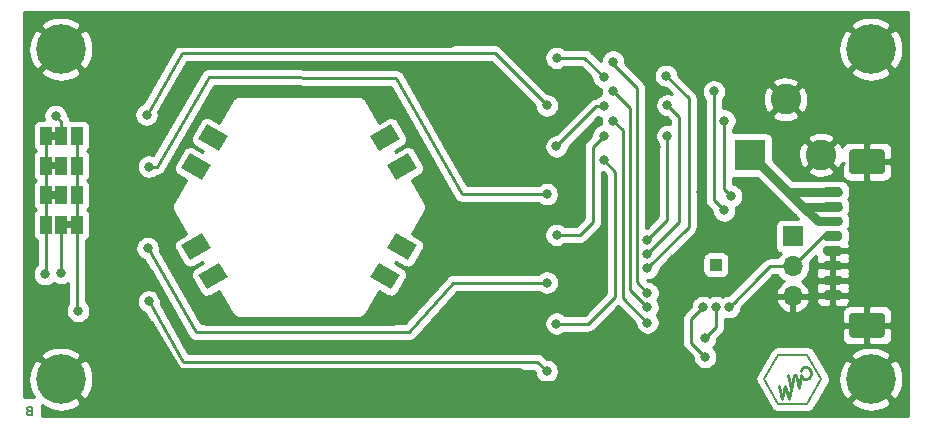
<source format=gbr>
G04 #@! TF.GenerationSoftware,KiCad,Pcbnew,5.1.7-a382d34a8~87~ubuntu18.04.1*
G04 #@! TF.CreationDate,2021-01-18T17:29:04-05:00*
G04 #@! TF.ProjectId,Cree_XML_Driver,43726565-5f58-44d4-9c5f-447269766572,r0*
G04 #@! TF.SameCoordinates,Original*
G04 #@! TF.FileFunction,Copper,L2,Bot*
G04 #@! TF.FilePolarity,Positive*
%FSLAX46Y46*%
G04 Gerber Fmt 4.6, Leading zero omitted, Abs format (unit mm)*
G04 Created by KiCad (PCBNEW 5.1.7-a382d34a8~87~ubuntu18.04.1) date 2021-01-18 17:29:04*
%MOMM*%
%LPD*%
G01*
G04 APERTURE LIST*
G04 #@! TA.AperFunction,NonConductor*
%ADD10C,0.152400*%
G04 #@! TD*
G04 #@! TA.AperFunction,EtchedComponent*
%ADD11C,0.152400*%
G04 #@! TD*
G04 #@! TA.AperFunction,EtchedComponent*
%ADD12C,0.254000*%
G04 #@! TD*
G04 #@! TA.AperFunction,EtchedComponent*
%ADD13C,0.100000*%
G04 #@! TD*
G04 #@! TA.AperFunction,ComponentPad*
%ADD14O,1.700000X1.700000*%
G04 #@! TD*
G04 #@! TA.AperFunction,ComponentPad*
%ADD15R,1.700000X1.700000*%
G04 #@! TD*
G04 #@! TA.AperFunction,ComponentPad*
%ADD16C,0.100000*%
G04 #@! TD*
G04 #@! TA.AperFunction,ComponentPad*
%ADD17R,2.600000X2.600000*%
G04 #@! TD*
G04 #@! TA.AperFunction,ComponentPad*
%ADD18C,2.600000*%
G04 #@! TD*
G04 #@! TA.AperFunction,ComponentPad*
%ADD19C,4.200000*%
G04 #@! TD*
G04 #@! TA.AperFunction,ComponentPad*
%ADD20R,1.000000X1.000000*%
G04 #@! TD*
G04 #@! TA.AperFunction,SMDPad,CuDef*
%ADD21R,1.000000X1.500000*%
G04 #@! TD*
G04 #@! TA.AperFunction,ViaPad*
%ADD22C,0.800000*%
G04 #@! TD*
G04 #@! TA.AperFunction,Conductor*
%ADD23C,0.762000*%
G04 #@! TD*
G04 #@! TA.AperFunction,Conductor*
%ADD24C,0.250000*%
G04 #@! TD*
G04 #@! TA.AperFunction,Conductor*
%ADD25C,0.254000*%
G04 #@! TD*
G04 #@! TA.AperFunction,Conductor*
%ADD26C,0.100000*%
G04 #@! TD*
%ADD27C,0.350000*%
G04 APERTURE END LIST*
D10*
X92550000Y-123950000D02*
X92450000Y-123983333D01*
X92416666Y-124016666D01*
X92383333Y-124083333D01*
X92383333Y-124183333D01*
X92416666Y-124250000D01*
X92450000Y-124283333D01*
X92516666Y-124316666D01*
X92783333Y-124316666D01*
X92783333Y-123616666D01*
X92550000Y-123616666D01*
X92483333Y-123650000D01*
X92450000Y-123683333D01*
X92416666Y-123750000D01*
X92416666Y-123816666D01*
X92450000Y-123883333D01*
X92483333Y-123916666D01*
X92550000Y-123950000D01*
X92783333Y-123950000D01*
D11*
G04 #@! TO.C,LOGO101*
X159638400Y-121285000D02*
X158419200Y-119202200D01*
X158419200Y-119202200D02*
X155980800Y-119202200D01*
X155980800Y-119202200D02*
X154761600Y-121234200D01*
X154761600Y-121234200D02*
X155980800Y-123367800D01*
X155980800Y-123367800D02*
X158419200Y-123367800D01*
X158419200Y-123367800D02*
X159638400Y-121285000D01*
D12*
X157911200Y-120573800D02*
X158012800Y-120370600D01*
X158012800Y-120370600D02*
X158165200Y-120269000D01*
X158165200Y-120269000D02*
X158368400Y-120269000D01*
X158368400Y-120269000D02*
X158571600Y-120370600D01*
X158571600Y-120370600D02*
X158673200Y-120523000D01*
X158673200Y-120523000D02*
X158724000Y-120675400D01*
X158724000Y-120675400D02*
X158724000Y-120878600D01*
X158724000Y-120878600D02*
X158673200Y-121081800D01*
X158673200Y-121081800D02*
X158571600Y-121183400D01*
X158571600Y-121183400D02*
X158368400Y-121285000D01*
X158368400Y-121285000D02*
X158216000Y-121285000D01*
X158216000Y-121285000D02*
X158063600Y-121234200D01*
X158063600Y-121234200D02*
X157962000Y-121081800D01*
X157962000Y-121081800D02*
X157911200Y-120929400D01*
X157911200Y-120929400D02*
X157708000Y-122047000D01*
X157708000Y-122047000D02*
X157454000Y-120929400D01*
X157454000Y-120929400D02*
X157352400Y-120929400D01*
X157352400Y-120929400D02*
X156895200Y-122961400D01*
X156895200Y-122961400D02*
X156590400Y-121894600D01*
X156590400Y-121894600D02*
X156539600Y-121894600D01*
X156539600Y-121894600D02*
X156285600Y-122961400D01*
X156285600Y-122961400D02*
X156031600Y-121894600D01*
X156844400Y-120929400D02*
X157098400Y-121996200D01*
D13*
G04 #@! TO.C,JP101*
G36*
X94400000Y-101000000D02*
G01*
X94900000Y-101000000D01*
X94900000Y-100400000D01*
X94400000Y-100400000D01*
X94400000Y-101000000D01*
G37*
G04 #@! TO.C,JP102*
G36*
X94400000Y-103500000D02*
G01*
X94900000Y-103500000D01*
X94900000Y-102900000D01*
X94400000Y-102900000D01*
X94400000Y-103500000D01*
G37*
G04 #@! TO.C,JP103*
G36*
X94400000Y-106000000D02*
G01*
X94900000Y-106000000D01*
X94900000Y-105400000D01*
X94400000Y-105400000D01*
X94400000Y-106000000D01*
G37*
G04 #@! TO.C,JP104*
G36*
X96200000Y-107900000D02*
G01*
X95700000Y-107900000D01*
X95700000Y-108500000D01*
X96200000Y-108500000D01*
X96200000Y-107900000D01*
G37*
G04 #@! TD*
D14*
G04 #@! TO.P,J102,3*
G04 #@! TO.N,GND*
X157200000Y-114280000D03*
G04 #@! TO.P,J102,2*
G04 #@! TO.N,/DIN*
X157200000Y-111740000D03*
D15*
G04 #@! TO.P,J102,1*
G04 #@! TO.N,Net-(D102-Pad2)*
X157200000Y-109200000D03*
G04 #@! TD*
G04 #@! TA.AperFunction,ComponentPad*
D16*
G04 #@! TO.P,D101,8*
G04 #@! TO.N,Net-(D101-Pad8)*
G36*
X109364929Y-100726426D02*
G01*
X108639929Y-101982162D01*
X106880165Y-100966162D01*
X107605165Y-99710426D01*
X109364929Y-100726426D01*
G37*
G04 #@! TD.AperFunction*
G04 #@! TA.AperFunction,ComponentPad*
G04 #@! TO.P,D101,7*
G04 #@! TO.N,Net-(D101-Pad7)*
G36*
X107939929Y-103194598D02*
G01*
X107214929Y-104450334D01*
X105455165Y-103434334D01*
X106180165Y-102178598D01*
X107939929Y-103194598D01*
G37*
G04 #@! TD.AperFunction*
G04 #@! TA.AperFunction,ComponentPad*
G04 #@! TO.P,D101,6*
G04 #@! TO.N,Net-(D101-Pad6)*
G36*
X107214929Y-108945666D02*
G01*
X107939929Y-110201402D01*
X106180165Y-111217402D01*
X105455165Y-109961666D01*
X107214929Y-108945666D01*
G37*
G04 #@! TD.AperFunction*
G04 #@! TA.AperFunction,ComponentPad*
G04 #@! TO.P,D101,5*
G04 #@! TO.N,Net-(D101-Pad5)*
G36*
X108639929Y-111413839D02*
G01*
X109364929Y-112669575D01*
X107605165Y-113685575D01*
X106880165Y-112429839D01*
X108639929Y-111413839D01*
G37*
G04 #@! TD.AperFunction*
G04 #@! TA.AperFunction,ComponentPad*
G04 #@! TO.P,D101,4*
G04 #@! TO.N,/LED_W*
G36*
X121451071Y-112669574D02*
G01*
X122176071Y-111413838D01*
X123935835Y-112429838D01*
X123210835Y-113685574D01*
X121451071Y-112669574D01*
G37*
G04 #@! TD.AperFunction*
G04 #@! TA.AperFunction,ComponentPad*
G04 #@! TO.P,D101,3*
G04 #@! TO.N,/LED_B*
G36*
X122876071Y-110201402D02*
G01*
X123601071Y-108945666D01*
X125360835Y-109961666D01*
X124635835Y-111217402D01*
X122876071Y-110201402D01*
G37*
G04 #@! TD.AperFunction*
G04 #@! TA.AperFunction,ComponentPad*
G04 #@! TO.P,D101,2*
G04 #@! TO.N,/LED_G*
G36*
X123601071Y-104450334D02*
G01*
X122876071Y-103194598D01*
X124635835Y-102178598D01*
X125360835Y-103434334D01*
X123601071Y-104450334D01*
G37*
G04 #@! TD.AperFunction*
G04 #@! TA.AperFunction,ComponentPad*
G04 #@! TO.P,D101,1*
G04 #@! TO.N,/LED_R*
G36*
X122176071Y-101982161D02*
G01*
X121451071Y-100726425D01*
X123210835Y-99710425D01*
X123935835Y-100966161D01*
X122176071Y-101982161D01*
G37*
G04 #@! TD.AperFunction*
G04 #@! TD*
D17*
G04 #@! TO.P,J101,1*
G04 #@! TO.N,+5V*
X153600000Y-102300000D03*
D18*
G04 #@! TO.P,J101,2*
G04 #@! TO.N,GND*
X159600000Y-102300000D03*
G04 #@! TO.P,J101,3*
X156600000Y-97600000D03*
G04 #@! TD*
D19*
G04 #@! TO.P,MK101,1*
G04 #@! TO.N,GND*
X95250000Y-93345000D03*
G04 #@! TD*
G04 #@! TO.P,MK102,1*
G04 #@! TO.N,GND*
X163830000Y-93345000D03*
G04 #@! TD*
G04 #@! TO.P,MK103,1*
G04 #@! TO.N,GND*
X163830000Y-121285000D03*
G04 #@! TD*
G04 #@! TO.P,MK104,1*
G04 #@! TO.N,GND*
X95250000Y-121285000D03*
G04 #@! TD*
D20*
G04 #@! TO.P,TP101,1*
G04 #@! TO.N,Net-(TP101-Pad1)*
X150700000Y-111600000D03*
G04 #@! TD*
D21*
G04 #@! TO.P,JP101,1*
G04 #@! TO.N,Net-(JP101-Pad1)*
X94000000Y-100700000D03*
G04 #@! TO.P,JP101,3*
G04 #@! TO.N,Net-(JP101-Pad3)*
X96600000Y-100700000D03*
G04 #@! TO.P,JP101,2*
G04 #@! TO.N,/PWM_BR*
X95300000Y-100700000D03*
G04 #@! TD*
G04 #@! TO.P,JP102,2*
G04 #@! TO.N,/PWM_BG*
X95300000Y-103200000D03*
G04 #@! TO.P,JP102,3*
G04 #@! TO.N,Net-(JP101-Pad3)*
X96600000Y-103200000D03*
G04 #@! TO.P,JP102,1*
G04 #@! TO.N,Net-(JP101-Pad1)*
X94000000Y-103200000D03*
G04 #@! TD*
G04 #@! TO.P,JP103,1*
G04 #@! TO.N,Net-(JP101-Pad1)*
X94000000Y-105700000D03*
G04 #@! TO.P,JP103,3*
G04 #@! TO.N,Net-(JP101-Pad3)*
X96600000Y-105700000D03*
G04 #@! TO.P,JP103,2*
G04 #@! TO.N,/PWM_BB*
X95300000Y-105700000D03*
G04 #@! TD*
G04 #@! TO.P,JP104,2*
G04 #@! TO.N,/PWM_BW*
X95300000Y-108200000D03*
G04 #@! TO.P,JP104,3*
G04 #@! TO.N,Net-(JP101-Pad1)*
X94000000Y-108200000D03*
G04 #@! TO.P,JP104,1*
G04 #@! TO.N,Net-(JP101-Pad3)*
X96600000Y-108200000D03*
G04 #@! TD*
G04 #@! TO.P,J103,1*
G04 #@! TO.N,+5V*
G04 #@! TA.AperFunction,SMDPad,CuDef*
G36*
G01*
X160000000Y-105025000D02*
X161200000Y-105025000D01*
G75*
G02*
X161400000Y-105225000I0J-200000D01*
G01*
X161400000Y-105625000D01*
G75*
G02*
X161200000Y-105825000I-200000J0D01*
G01*
X160000000Y-105825000D01*
G75*
G02*
X159800000Y-105625000I0J200000D01*
G01*
X159800000Y-105225000D01*
G75*
G02*
X160000000Y-105025000I200000J0D01*
G01*
G37*
G04 #@! TD.AperFunction*
G04 #@! TO.P,J103,2*
G04 #@! TA.AperFunction,SMDPad,CuDef*
G36*
G01*
X160000000Y-106275000D02*
X161200000Y-106275000D01*
G75*
G02*
X161400000Y-106475000I0J-200000D01*
G01*
X161400000Y-106875000D01*
G75*
G02*
X161200000Y-107075000I-200000J0D01*
G01*
X160000000Y-107075000D01*
G75*
G02*
X159800000Y-106875000I0J200000D01*
G01*
X159800000Y-106475000D01*
G75*
G02*
X160000000Y-106275000I200000J0D01*
G01*
G37*
G04 #@! TD.AperFunction*
G04 #@! TO.P,J103,3*
G04 #@! TA.AperFunction,SMDPad,CuDef*
G36*
G01*
X160000000Y-107525000D02*
X161200000Y-107525000D01*
G75*
G02*
X161400000Y-107725000I0J-200000D01*
G01*
X161400000Y-108125000D01*
G75*
G02*
X161200000Y-108325000I-200000J0D01*
G01*
X160000000Y-108325000D01*
G75*
G02*
X159800000Y-108125000I0J200000D01*
G01*
X159800000Y-107725000D01*
G75*
G02*
X160000000Y-107525000I200000J0D01*
G01*
G37*
G04 #@! TD.AperFunction*
G04 #@! TO.P,J103,4*
G04 #@! TO.N,/DIN*
G04 #@! TA.AperFunction,SMDPad,CuDef*
G36*
G01*
X160000000Y-108775000D02*
X161200000Y-108775000D01*
G75*
G02*
X161400000Y-108975000I0J-200000D01*
G01*
X161400000Y-109375000D01*
G75*
G02*
X161200000Y-109575000I-200000J0D01*
G01*
X160000000Y-109575000D01*
G75*
G02*
X159800000Y-109375000I0J200000D01*
G01*
X159800000Y-108975000D01*
G75*
G02*
X160000000Y-108775000I200000J0D01*
G01*
G37*
G04 #@! TD.AperFunction*
G04 #@! TO.P,J103,5*
G04 #@! TO.N,GND*
G04 #@! TA.AperFunction,SMDPad,CuDef*
G36*
G01*
X160000000Y-110025000D02*
X161200000Y-110025000D01*
G75*
G02*
X161400000Y-110225000I0J-200000D01*
G01*
X161400000Y-110625000D01*
G75*
G02*
X161200000Y-110825000I-200000J0D01*
G01*
X160000000Y-110825000D01*
G75*
G02*
X159800000Y-110625000I0J200000D01*
G01*
X159800000Y-110225000D01*
G75*
G02*
X160000000Y-110025000I200000J0D01*
G01*
G37*
G04 #@! TD.AperFunction*
G04 #@! TO.P,J103,6*
G04 #@! TA.AperFunction,SMDPad,CuDef*
G36*
G01*
X160000000Y-111275000D02*
X161200000Y-111275000D01*
G75*
G02*
X161400000Y-111475000I0J-200000D01*
G01*
X161400000Y-111875000D01*
G75*
G02*
X161200000Y-112075000I-200000J0D01*
G01*
X160000000Y-112075000D01*
G75*
G02*
X159800000Y-111875000I0J200000D01*
G01*
X159800000Y-111475000D01*
G75*
G02*
X160000000Y-111275000I200000J0D01*
G01*
G37*
G04 #@! TD.AperFunction*
G04 #@! TO.P,J103,7*
G04 #@! TA.AperFunction,SMDPad,CuDef*
G36*
G01*
X160000000Y-112525000D02*
X161200000Y-112525000D01*
G75*
G02*
X161400000Y-112725000I0J-200000D01*
G01*
X161400000Y-113125000D01*
G75*
G02*
X161200000Y-113325000I-200000J0D01*
G01*
X160000000Y-113325000D01*
G75*
G02*
X159800000Y-113125000I0J200000D01*
G01*
X159800000Y-112725000D01*
G75*
G02*
X160000000Y-112525000I200000J0D01*
G01*
G37*
G04 #@! TD.AperFunction*
G04 #@! TO.P,J103,8*
G04 #@! TA.AperFunction,SMDPad,CuDef*
G36*
G01*
X160000000Y-113775000D02*
X161200000Y-113775000D01*
G75*
G02*
X161400000Y-113975000I0J-200000D01*
G01*
X161400000Y-114375000D01*
G75*
G02*
X161200000Y-114575000I-200000J0D01*
G01*
X160000000Y-114575000D01*
G75*
G02*
X159800000Y-114375000I0J200000D01*
G01*
X159800000Y-113975000D01*
G75*
G02*
X160000000Y-113775000I200000J0D01*
G01*
G37*
G04 #@! TD.AperFunction*
G04 #@! TO.P,J103,MP*
G04 #@! TA.AperFunction,SMDPad,CuDef*
G36*
G01*
X162249999Y-101825000D02*
X164750001Y-101825000D01*
G75*
G02*
X165000000Y-102074999I0J-249999D01*
G01*
X165000000Y-103675001D01*
G75*
G02*
X164750001Y-103925000I-249999J0D01*
G01*
X162249999Y-103925000D01*
G75*
G02*
X162000000Y-103675001I0J249999D01*
G01*
X162000000Y-102074999D01*
G75*
G02*
X162249999Y-101825000I249999J0D01*
G01*
G37*
G04 #@! TD.AperFunction*
G04 #@! TA.AperFunction,SMDPad,CuDef*
G36*
G01*
X162249999Y-115675000D02*
X164750001Y-115675000D01*
G75*
G02*
X165000000Y-115924999I0J-249999D01*
G01*
X165000000Y-117525001D01*
G75*
G02*
X164750001Y-117775000I-249999J0D01*
G01*
X162249999Y-117775000D01*
G75*
G02*
X162000000Y-117525001I0J249999D01*
G01*
X162000000Y-115924999D01*
G75*
G02*
X162249999Y-115675000I249999J0D01*
G01*
G37*
G04 #@! TD.AperFunction*
G04 #@! TD*
D22*
G04 #@! TO.N,GND*
X100300000Y-116600000D03*
X99200000Y-116600000D03*
X99200000Y-115700000D03*
X100300000Y-115700000D03*
X100200000Y-112100000D03*
X99100000Y-112100000D03*
X128184000Y-115328000D03*
X99100000Y-111200000D03*
X100200000Y-111200000D03*
X100300000Y-105200000D03*
X99200000Y-105200000D03*
X99200000Y-104300000D03*
X100300000Y-104300000D03*
X100200000Y-100100000D03*
X99100000Y-100100000D03*
X136434000Y-115328000D03*
X134550000Y-107828000D03*
X128200000Y-107828000D03*
X135484000Y-115328000D03*
X136450000Y-107828000D03*
X134534000Y-115328000D03*
X135500000Y-107828000D03*
X134534000Y-100328000D03*
X128184000Y-100328000D03*
X136434000Y-100328000D03*
X135484000Y-100328000D03*
X128200000Y-92828000D03*
X136450000Y-92828000D03*
X135500000Y-92828000D03*
X134550000Y-92828000D03*
X100200000Y-101000000D03*
X99100000Y-101000000D03*
X141099994Y-117800000D03*
X140974990Y-112025444D03*
X109220000Y-118580000D03*
X111760000Y-118580000D03*
X114300000Y-118580000D03*
X116840000Y-118580000D03*
X119380000Y-118580000D03*
X121920000Y-118580000D03*
X145600000Y-101600000D03*
X149474990Y-105411630D03*
X149800000Y-121000000D03*
G04 #@! TO.N,Net-(C109-Pad1)*
X149599974Y-115200000D03*
X149800000Y-119400000D03*
G04 #@! TO.N,Net-(D101-Pad8)*
X102500000Y-98900000D03*
X136400006Y-98118990D03*
G04 #@! TO.N,Net-(D101-Pad7)*
X136384006Y-105618990D03*
X102700000Y-103299994D03*
G04 #@! TO.N,Net-(D101-Pad6)*
X136400006Y-113118990D03*
X102600016Y-110200000D03*
G04 #@! TO.N,Net-(D101-Pad5)*
X136384006Y-120618990D03*
X102699994Y-114700000D03*
G04 #@! TO.N,/DIN*
X151800000Y-115200000D03*
G04 #@! TO.N,/PWM_BB*
X95300000Y-105999998D03*
G04 #@! TO.N,/PWM_BW*
X95300000Y-112300000D03*
G04 #@! TO.N,Net-(R114-Pad1)*
X144900000Y-114000000D03*
X142000000Y-94400000D03*
G04 #@! TO.N,Net-(R115-Pad1)*
X144900000Y-115200000D03*
X142000000Y-96930000D03*
G04 #@! TO.N,Net-(R116-Pad1)*
X144900000Y-116500000D03*
X142000000Y-99400000D03*
G04 #@! TO.N,Net-(R119-Pad1)*
X144900002Y-109500000D03*
X146600000Y-100700000D03*
G04 #@! TO.N,Net-(R120-Pad1)*
X144900000Y-110700000D03*
X146599988Y-98100000D03*
G04 #@! TO.N,Net-(R121-Pad1)*
X144900000Y-111900000D03*
X146500000Y-95600004D03*
G04 #@! TO.N,Net-(R122-Pad2)*
X150699987Y-115200000D03*
X149800008Y-117800000D03*
G04 #@! TO.N,/PWM_R*
X137218990Y-94081010D03*
X141200000Y-95700000D03*
G04 #@! TO.N,/PWM_W*
X137202990Y-116581010D03*
X141200000Y-102718990D03*
G04 #@! TO.N,/PWM_G*
X137202990Y-101581010D03*
X141199994Y-98200000D03*
G04 #@! TO.N,/PWM_B*
X137218990Y-109081010D03*
X141200000Y-100700000D03*
G04 #@! TO.N,Net-(JP101-Pad1)*
X93900000Y-112400000D03*
X151425010Y-99400000D03*
X152000000Y-105800000D03*
G04 #@! TO.N,Net-(JP101-Pad3)*
X96700000Y-115500000D03*
X150530012Y-96930002D03*
X151400000Y-107000000D03*
G04 #@! TO.N,/PWM_BR*
X94800000Y-99000000D03*
G04 #@! TO.N,/PWM_BG*
X95300000Y-103200000D03*
G04 #@! TD*
D23*
G04 #@! TO.N,+5V*
X161050000Y-105425000D02*
X156825000Y-105425000D01*
X156825000Y-105425000D02*
X153700000Y-102300000D01*
X158075000Y-106675000D02*
X156825000Y-105425000D01*
X161050000Y-106675000D02*
X158075000Y-106675000D01*
X159325000Y-107925000D02*
X158075000Y-106675000D01*
X161050000Y-107925000D02*
X159325000Y-107925000D01*
G04 #@! TO.N,GND*
X102700000Y-112300000D02*
X106100000Y-118300000D01*
X126600000Y-118300000D02*
X128184000Y-116716000D01*
X106100000Y-118300000D02*
X126600000Y-118300000D01*
X128184000Y-116716000D02*
X128184000Y-115328000D01*
X104172000Y-92828000D02*
X127634315Y-92828000D01*
X127634315Y-92828000D02*
X128200000Y-92828000D01*
X100100000Y-101000000D02*
X100100000Y-96900000D01*
X100100000Y-96900000D02*
X104172000Y-92828000D01*
X128184000Y-98784000D02*
X128184000Y-100328000D01*
X125200000Y-94800000D02*
X128184000Y-98784000D01*
X106700000Y-94700000D02*
X125200000Y-94800000D01*
X100100000Y-101000000D02*
X103100000Y-101000000D01*
X103100000Y-101000000D02*
X106700000Y-94700000D01*
X126700000Y-110600000D02*
X123400000Y-116400000D01*
X128200000Y-107828000D02*
X126700000Y-110600000D01*
X123400000Y-116400000D02*
X107500000Y-116400000D01*
X107500000Y-116400000D02*
X103700000Y-109300000D01*
X100200000Y-109300000D02*
X100200000Y-111200000D01*
X103700000Y-108600000D02*
X103300000Y-108200000D01*
X103700000Y-109300000D02*
X103700000Y-108600000D01*
X103300000Y-108200000D02*
X101300000Y-108200000D01*
X100200000Y-116500000D02*
X100300000Y-116600000D01*
X102500000Y-112100000D02*
X102700000Y-112300000D01*
X100200000Y-112100000D02*
X102500000Y-112100000D01*
X100300000Y-108200000D02*
X100200000Y-108300000D01*
X101300000Y-108200000D02*
X100300000Y-108200000D01*
X100200000Y-101000000D02*
X100200000Y-108300000D01*
X100200000Y-108300000D02*
X100200000Y-116500000D01*
X105200000Y-120700000D02*
X134000000Y-120700000D01*
X138200000Y-120000000D02*
X135484000Y-117284000D01*
X100300000Y-116600000D02*
X102700000Y-116600000D01*
X137200000Y-121800000D02*
X138200000Y-120800000D01*
X135100000Y-121800000D02*
X137200000Y-121800000D01*
X102700000Y-116600000D02*
X105200000Y-120700000D01*
X134000000Y-120700000D02*
X135100000Y-121800000D01*
X138200000Y-120800000D02*
X138200000Y-120000000D01*
X135484000Y-117284000D02*
X135484000Y-115328000D01*
D24*
X141099994Y-117800000D02*
X146600000Y-117800000D01*
X146600000Y-117800000D02*
X149800000Y-121000000D01*
G04 #@! TO.N,Net-(C109-Pad1)*
X148600000Y-116199974D02*
X148600000Y-118200000D01*
X149599974Y-115200000D02*
X148600000Y-116199974D01*
X148600000Y-118200000D02*
X149800000Y-119400000D01*
G04 #@! TO.N,Net-(D101-Pad8)*
X102500000Y-98900000D02*
X105500000Y-93700000D01*
X105500000Y-93700000D02*
X131981016Y-93700000D01*
X131981016Y-93700000D02*
X136400006Y-98118990D01*
G04 #@! TO.N,Net-(D101-Pad7)*
X129200000Y-105600000D02*
X123600000Y-95800000D01*
X136384006Y-105618990D02*
X129200000Y-105600000D01*
X103400000Y-103300000D02*
X102700000Y-103299994D01*
X123600000Y-95800000D02*
X107800000Y-95700000D01*
X107800000Y-95700000D02*
X103400000Y-103300000D01*
G04 #@! TO.N,Net-(D101-Pad6)*
X106700000Y-117300000D02*
X102600000Y-110200000D01*
X136400006Y-113118990D02*
X128481010Y-113118990D01*
X124700000Y-117300000D02*
X106700000Y-117300000D01*
X128481010Y-113118990D02*
X124700000Y-117300000D01*
G04 #@! TO.N,Net-(D101-Pad5)*
X135565016Y-119800000D02*
X136384006Y-120618990D01*
X102699994Y-114700000D02*
X105600000Y-119800000D01*
X105600000Y-119800000D02*
X135565016Y-119800000D01*
G04 #@! TO.N,/DIN*
X152199999Y-114800001D02*
X151800000Y-115200000D01*
X154300000Y-112700000D02*
X152199999Y-114800001D01*
X155260000Y-111740000D02*
X154300000Y-112700000D01*
X157200000Y-111740000D02*
X155260000Y-111740000D01*
X159765000Y-109175000D02*
X159620000Y-109320000D01*
X161050000Y-109175000D02*
X159765000Y-109175000D01*
X157200000Y-111740000D02*
X159620000Y-109320000D01*
G04 #@! TO.N,/PWM_BW*
X95300000Y-112300000D02*
X95300000Y-108100000D01*
G04 #@! TO.N,Net-(R114-Pad1)*
X141900000Y-94400000D02*
X142000000Y-94400000D01*
X142000000Y-94600000D02*
X142000000Y-94400000D01*
X144900000Y-114000000D02*
X144000000Y-113100000D01*
X144000000Y-96600000D02*
X142000000Y-94600000D01*
X144000000Y-113100000D02*
X144000000Y-96600000D01*
G04 #@! TO.N,Net-(R115-Pad1)*
X143425002Y-98324994D02*
X142030008Y-96930000D01*
X144900000Y-115200000D02*
X143425002Y-113725002D01*
X143425002Y-113725002D02*
X143425002Y-98324994D01*
G04 #@! TO.N,Net-(R116-Pad1)*
X142800000Y-100200000D02*
X142000000Y-99400000D01*
X144900000Y-116500000D02*
X142800000Y-114400000D01*
X142800000Y-114400000D02*
X142800000Y-100200000D01*
G04 #@! TO.N,Net-(R119-Pad1)*
X146600000Y-107800002D02*
X146600000Y-100700000D01*
X144900002Y-109500000D02*
X146600000Y-107800002D01*
G04 #@! TO.N,Net-(R120-Pad1)*
X147600000Y-108000000D02*
X147600000Y-99100012D01*
X147600000Y-99100012D02*
X146599988Y-98100000D01*
X144900000Y-110700000D02*
X147600000Y-108000000D01*
G04 #@! TO.N,Net-(R121-Pad1)*
X144900000Y-111900000D02*
X148400000Y-108400000D01*
X148400000Y-97500004D02*
X146500000Y-95600004D01*
X148400000Y-108400000D02*
X148400000Y-97500004D01*
G04 #@! TO.N,Net-(R122-Pad2)*
X150699987Y-115200000D02*
X150699987Y-116900021D01*
X150699987Y-116900021D02*
X149800008Y-117800000D01*
G04 #@! TO.N,/PWM_R*
X137218990Y-94081010D02*
X139581010Y-94081010D01*
X139581010Y-94081010D02*
X141200000Y-95700000D01*
G04 #@! TO.N,/PWM_W*
X141318990Y-102718990D02*
X141300000Y-102718990D01*
X142200000Y-103718990D02*
X141200000Y-102718990D01*
X142200000Y-114300000D02*
X142200000Y-103718990D01*
X137202990Y-116581010D02*
X139918990Y-116581010D01*
X139918990Y-116581010D02*
X142200000Y-114300000D01*
G04 #@! TO.N,/PWM_G*
X140584000Y-98200000D02*
X141199994Y-98200000D01*
X137202990Y-101581010D02*
X140584000Y-98200000D01*
G04 #@! TO.N,/PWM_B*
X140300000Y-101600000D02*
X141200000Y-100700000D01*
X140300000Y-108000000D02*
X140300000Y-101600000D01*
X137218990Y-109081010D02*
X139218990Y-109081010D01*
X139218990Y-109081010D02*
X140300000Y-108000000D01*
G04 #@! TO.N,Net-(JP101-Pad1)*
X94100000Y-100900000D02*
X94000000Y-101000000D01*
X94000000Y-112300000D02*
X93900000Y-112400000D01*
X94000000Y-101000000D02*
X94000000Y-112300000D01*
X151425010Y-105225010D02*
X152000000Y-105800000D01*
X151425010Y-99400000D02*
X151425010Y-105225010D01*
G04 #@! TO.N,Net-(JP101-Pad3)*
X96600000Y-115400000D02*
X96700000Y-115500000D01*
X96600000Y-107400000D02*
X96600000Y-115400000D01*
X96600000Y-107400000D02*
X96600000Y-101100000D01*
X150530012Y-96930002D02*
X150530012Y-106130012D01*
X150530012Y-106130012D02*
X151400000Y-107000000D01*
G04 #@! TO.N,/PWM_BR*
X95300000Y-99500000D02*
X94800000Y-99000000D01*
X95300000Y-100700000D02*
X95300000Y-99500000D01*
G04 #@! TD*
D25*
G04 #@! TO.N,GND*
X166980000Y-124435000D02*
X93661200Y-124435000D01*
X93661200Y-123451910D01*
X93739099Y-123580641D01*
X94215989Y-123831292D01*
X94732614Y-123984092D01*
X95269122Y-124033167D01*
X95804896Y-123976631D01*
X96319345Y-123816657D01*
X96760901Y-123580641D01*
X96989035Y-123203640D01*
X95250000Y-121464605D01*
X95235858Y-121478748D01*
X95056253Y-121299143D01*
X95070395Y-121285000D01*
X95429605Y-121285000D01*
X97168640Y-123024035D01*
X97545641Y-122795901D01*
X97796292Y-122319011D01*
X97949092Y-121802386D01*
X97998167Y-121265878D01*
X97941631Y-120730104D01*
X97781657Y-120215655D01*
X97545641Y-119774099D01*
X97168640Y-119545965D01*
X95429605Y-121285000D01*
X95070395Y-121285000D01*
X93331360Y-119545965D01*
X92954359Y-119774099D01*
X92703708Y-120250989D01*
X92550908Y-120767614D01*
X92501833Y-121304122D01*
X92558369Y-121839896D01*
X92718343Y-122354345D01*
X92954359Y-122795901D01*
X92998976Y-122822900D01*
X92100000Y-122822900D01*
X92100000Y-119366360D01*
X93510965Y-119366360D01*
X95250000Y-121105395D01*
X96989035Y-119366360D01*
X96760901Y-118989359D01*
X96284011Y-118738708D01*
X95767386Y-118585908D01*
X95230878Y-118536833D01*
X94695104Y-118593369D01*
X94180655Y-118753343D01*
X93739099Y-118989359D01*
X93510965Y-119366360D01*
X92100000Y-119366360D01*
X92100000Y-99950000D01*
X92861928Y-99950000D01*
X92861928Y-101450000D01*
X92874188Y-101574482D01*
X92910498Y-101694180D01*
X92969463Y-101804494D01*
X93048815Y-101901185D01*
X93108296Y-101950000D01*
X93048815Y-101998815D01*
X92969463Y-102095506D01*
X92910498Y-102205820D01*
X92874188Y-102325518D01*
X92861928Y-102450000D01*
X92861928Y-103950000D01*
X92874188Y-104074482D01*
X92910498Y-104194180D01*
X92969463Y-104304494D01*
X93048815Y-104401185D01*
X93108296Y-104450000D01*
X93048815Y-104498815D01*
X92969463Y-104595506D01*
X92910498Y-104705820D01*
X92874188Y-104825518D01*
X92861928Y-104950000D01*
X92861928Y-106450000D01*
X92874188Y-106574482D01*
X92910498Y-106694180D01*
X92969463Y-106804494D01*
X93048815Y-106901185D01*
X93108296Y-106950000D01*
X93048815Y-106998815D01*
X92969463Y-107095506D01*
X92910498Y-107205820D01*
X92874188Y-107325518D01*
X92861928Y-107450000D01*
X92861928Y-108950000D01*
X92874188Y-109074482D01*
X92910498Y-109194180D01*
X92969463Y-109304494D01*
X93048815Y-109401185D01*
X93145506Y-109480537D01*
X93240001Y-109531046D01*
X93240001Y-111596288D01*
X93096063Y-111740226D01*
X92982795Y-111909744D01*
X92904774Y-112098102D01*
X92865000Y-112298061D01*
X92865000Y-112501939D01*
X92904774Y-112701898D01*
X92982795Y-112890256D01*
X93096063Y-113059774D01*
X93240226Y-113203937D01*
X93409744Y-113317205D01*
X93598102Y-113395226D01*
X93798061Y-113435000D01*
X94001939Y-113435000D01*
X94201898Y-113395226D01*
X94390256Y-113317205D01*
X94559774Y-113203937D01*
X94651944Y-113111767D01*
X94809744Y-113217205D01*
X94998102Y-113295226D01*
X95198061Y-113335000D01*
X95401939Y-113335000D01*
X95601898Y-113295226D01*
X95790256Y-113217205D01*
X95840001Y-113183967D01*
X95840001Y-114924129D01*
X95782795Y-115009744D01*
X95704774Y-115198102D01*
X95665000Y-115398061D01*
X95665000Y-115601939D01*
X95704774Y-115801898D01*
X95782795Y-115990256D01*
X95896063Y-116159774D01*
X96040226Y-116303937D01*
X96209744Y-116417205D01*
X96398102Y-116495226D01*
X96598061Y-116535000D01*
X96801939Y-116535000D01*
X97001898Y-116495226D01*
X97190256Y-116417205D01*
X97359774Y-116303937D01*
X97503937Y-116159774D01*
X97617205Y-115990256D01*
X97695226Y-115801898D01*
X97735000Y-115601939D01*
X97735000Y-115398061D01*
X97695226Y-115198102D01*
X97617205Y-115009744D01*
X97503937Y-114840226D01*
X97360000Y-114696289D01*
X97360000Y-114598061D01*
X101664994Y-114598061D01*
X101664994Y-114801939D01*
X101704768Y-115001898D01*
X101782789Y-115190256D01*
X101896057Y-115359774D01*
X102040220Y-115503937D01*
X102209738Y-115617205D01*
X102389640Y-115691723D01*
X104934436Y-120167047D01*
X104965026Y-120224276D01*
X104995140Y-120260970D01*
X105022543Y-120299746D01*
X105042526Y-120318710D01*
X105059999Y-120340001D01*
X105096692Y-120370114D01*
X105131134Y-120402800D01*
X105154434Y-120417502D01*
X105175724Y-120434974D01*
X105217594Y-120457355D01*
X105257744Y-120482688D01*
X105283454Y-120492558D01*
X105307753Y-120505546D01*
X105353194Y-120519330D01*
X105397506Y-120536341D01*
X105424651Y-120541006D01*
X105451014Y-120549003D01*
X105498266Y-120553657D01*
X105545050Y-120561697D01*
X105609920Y-120560000D01*
X135250215Y-120560000D01*
X135349006Y-120658791D01*
X135349006Y-120720929D01*
X135388780Y-120920888D01*
X135466801Y-121109246D01*
X135580069Y-121278764D01*
X135724232Y-121422927D01*
X135893750Y-121536195D01*
X136082108Y-121614216D01*
X136282067Y-121653990D01*
X136485945Y-121653990D01*
X136685904Y-121614216D01*
X136874262Y-121536195D01*
X137043780Y-121422927D01*
X137187943Y-121278764D01*
X137194508Y-121268938D01*
X154047805Y-121268938D01*
X154051878Y-121296480D01*
X154052665Y-121324323D01*
X154062103Y-121365633D01*
X154068298Y-121407525D01*
X154077664Y-121433741D01*
X154083869Y-121460897D01*
X154101182Y-121499565D01*
X154115433Y-121539452D01*
X154147686Y-121593318D01*
X155358327Y-123711942D01*
X155386598Y-123764833D01*
X155415259Y-123799756D01*
X155441412Y-123836598D01*
X155459600Y-123853785D01*
X155475473Y-123873127D01*
X155510394Y-123901786D01*
X155543233Y-123932819D01*
X155564424Y-123946128D01*
X155583767Y-123962002D01*
X155623616Y-123983302D01*
X155661871Y-124007327D01*
X155685246Y-124016244D01*
X155707319Y-124028042D01*
X155750568Y-124041161D01*
X155792765Y-124057258D01*
X155817426Y-124061443D01*
X155841380Y-124068709D01*
X155886353Y-124073139D01*
X155930885Y-124080695D01*
X155990826Y-124079000D01*
X158405459Y-124079000D01*
X158461666Y-124081177D01*
X158509942Y-124073503D01*
X158558620Y-124068709D01*
X158579001Y-124062526D01*
X158600023Y-124059185D01*
X158645875Y-124042240D01*
X158692681Y-124028042D01*
X158711465Y-124018002D01*
X158731432Y-124010623D01*
X158773099Y-123985057D01*
X158816233Y-123962002D01*
X158832696Y-123948491D01*
X158850841Y-123937358D01*
X158886725Y-123904150D01*
X158924527Y-123873127D01*
X158938035Y-123856667D01*
X158953662Y-123842206D01*
X158982376Y-123802638D01*
X159013402Y-123764833D01*
X159039939Y-123715186D01*
X159339380Y-123203640D01*
X162090965Y-123203640D01*
X162319099Y-123580641D01*
X162795989Y-123831292D01*
X163312614Y-123984092D01*
X163849122Y-124033167D01*
X164384896Y-123976631D01*
X164899345Y-123816657D01*
X165340901Y-123580641D01*
X165569035Y-123203640D01*
X163830000Y-121464605D01*
X162090965Y-123203640D01*
X159339380Y-123203640D01*
X160248472Y-121650611D01*
X160281223Y-121597232D01*
X160295952Y-121557375D01*
X160313726Y-121518764D01*
X160320181Y-121491812D01*
X160329785Y-121465823D01*
X160336455Y-121423859D01*
X160346355Y-121382523D01*
X160347428Y-121354829D01*
X160351777Y-121327466D01*
X160350873Y-121304122D01*
X161081833Y-121304122D01*
X161138369Y-121839896D01*
X161298343Y-122354345D01*
X161534359Y-122795901D01*
X161911360Y-123024035D01*
X163650395Y-121285000D01*
X164009605Y-121285000D01*
X165748640Y-123024035D01*
X166125641Y-122795901D01*
X166376292Y-122319011D01*
X166529092Y-121802386D01*
X166578167Y-121265878D01*
X166521631Y-120730104D01*
X166361657Y-120215655D01*
X166125641Y-119774099D01*
X165748640Y-119545965D01*
X164009605Y-121285000D01*
X163650395Y-121285000D01*
X161911360Y-119545965D01*
X161534359Y-119774099D01*
X161283708Y-120250989D01*
X161130908Y-120767614D01*
X161081833Y-121304122D01*
X160350873Y-121304122D01*
X160350132Y-121285000D01*
X160351777Y-121242534D01*
X160347428Y-121215171D01*
X160346355Y-121187477D01*
X160336455Y-121146141D01*
X160329785Y-121104177D01*
X160320181Y-121078188D01*
X160313726Y-121051236D01*
X160295952Y-121012625D01*
X160281223Y-120972768D01*
X160248472Y-120919389D01*
X159339381Y-119366360D01*
X162090965Y-119366360D01*
X163830000Y-121105395D01*
X165569035Y-119366360D01*
X165340901Y-118989359D01*
X164864011Y-118738708D01*
X164347386Y-118585908D01*
X163810878Y-118536833D01*
X163275104Y-118593369D01*
X162760655Y-118753343D01*
X162319099Y-118989359D01*
X162090965Y-119366360D01*
X159339381Y-119366360D01*
X159039939Y-118854814D01*
X159013402Y-118805167D01*
X158982376Y-118767362D01*
X158953662Y-118727794D01*
X158938035Y-118713333D01*
X158924527Y-118696873D01*
X158886725Y-118665850D01*
X158850841Y-118632642D01*
X158832696Y-118621509D01*
X158816233Y-118607998D01*
X158773099Y-118584943D01*
X158731432Y-118559377D01*
X158711465Y-118551998D01*
X158692681Y-118541958D01*
X158645875Y-118527760D01*
X158600023Y-118510815D01*
X158579001Y-118507474D01*
X158558620Y-118501291D01*
X158509942Y-118496497D01*
X158461666Y-118488823D01*
X158405459Y-118491000D01*
X155998396Y-118491000D01*
X155946061Y-118488405D01*
X155893892Y-118496119D01*
X155841380Y-118501291D01*
X155824706Y-118506349D01*
X155807474Y-118508897D01*
X155757804Y-118526644D01*
X155707319Y-118541958D01*
X155691953Y-118550171D01*
X155675547Y-118556033D01*
X155630293Y-118583129D01*
X155583767Y-118607998D01*
X155570297Y-118619052D01*
X155555352Y-118628001D01*
X155516250Y-118663408D01*
X155475473Y-118696873D01*
X155464422Y-118710338D01*
X155451506Y-118722034D01*
X155420059Y-118764395D01*
X155386598Y-118805167D01*
X155361890Y-118851392D01*
X154155450Y-120862126D01*
X154122073Y-120915272D01*
X154106977Y-120954845D01*
X154088845Y-120993137D01*
X154082066Y-121020148D01*
X154072141Y-121046166D01*
X154065054Y-121087931D01*
X154054743Y-121129017D01*
X154053364Y-121156828D01*
X154048705Y-121184286D01*
X154049903Y-121226636D01*
X154047805Y-121268938D01*
X137194508Y-121268938D01*
X137301211Y-121109246D01*
X137379232Y-120920888D01*
X137419006Y-120720929D01*
X137419006Y-120517051D01*
X137379232Y-120317092D01*
X137301211Y-120128734D01*
X137187943Y-119959216D01*
X137043780Y-119815053D01*
X136874262Y-119701785D01*
X136685904Y-119623764D01*
X136485945Y-119583990D01*
X136423807Y-119583990D01*
X136128819Y-119289002D01*
X136105017Y-119259999D01*
X135989292Y-119165026D01*
X135857263Y-119094454D01*
X135714002Y-119050997D01*
X135602349Y-119040000D01*
X135602338Y-119040000D01*
X135565016Y-119036324D01*
X135527694Y-119040000D01*
X106042119Y-119040000D01*
X103708364Y-114935819D01*
X103734994Y-114801939D01*
X103734994Y-114598061D01*
X103695220Y-114398102D01*
X103617199Y-114209744D01*
X103503931Y-114040226D01*
X103359768Y-113896063D01*
X103190250Y-113782795D01*
X103001892Y-113704774D01*
X102801933Y-113665000D01*
X102598055Y-113665000D01*
X102398096Y-113704774D01*
X102209738Y-113782795D01*
X102040220Y-113896063D01*
X101896057Y-114040226D01*
X101782789Y-114209744D01*
X101704768Y-114398102D01*
X101664994Y-114598061D01*
X97360000Y-114598061D01*
X97360000Y-110098061D01*
X101565016Y-110098061D01*
X101565016Y-110301939D01*
X101604790Y-110501898D01*
X101682811Y-110690256D01*
X101796079Y-110859774D01*
X101940242Y-111003937D01*
X102109760Y-111117205D01*
X102296771Y-111194668D01*
X106035620Y-117669262D01*
X106065026Y-117724276D01*
X106096748Y-117762929D01*
X106125880Y-117803576D01*
X106144135Y-117820671D01*
X106159999Y-117840001D01*
X106198650Y-117871721D01*
X106235154Y-117905905D01*
X106256394Y-117919110D01*
X106275724Y-117934974D01*
X106319833Y-117958551D01*
X106362293Y-117984949D01*
X106385689Y-117993752D01*
X106407753Y-118005546D01*
X106455627Y-118020068D01*
X106502409Y-118037671D01*
X106527074Y-118041741D01*
X106551014Y-118049003D01*
X106600795Y-118053906D01*
X106650118Y-118062045D01*
X106712437Y-118060000D01*
X124681794Y-118060000D01*
X124738317Y-118062714D01*
X124793464Y-118054472D01*
X124848986Y-118049003D01*
X124867378Y-118043424D01*
X124886379Y-118040584D01*
X124938858Y-118021741D01*
X124992247Y-118005546D01*
X125009200Y-117996485D01*
X125027279Y-117989993D01*
X125075077Y-117961272D01*
X125124276Y-117934974D01*
X125139132Y-117922782D01*
X125155601Y-117912886D01*
X125196876Y-117875393D01*
X125240001Y-117840001D01*
X125275926Y-117796226D01*
X128818400Y-113878990D01*
X135696295Y-113878990D01*
X135740232Y-113922927D01*
X135909750Y-114036195D01*
X136098108Y-114114216D01*
X136298067Y-114153990D01*
X136501945Y-114153990D01*
X136701904Y-114114216D01*
X136890262Y-114036195D01*
X137059780Y-113922927D01*
X137203943Y-113778764D01*
X137317211Y-113609246D01*
X137395232Y-113420888D01*
X137435006Y-113220929D01*
X137435006Y-113017051D01*
X137395232Y-112817092D01*
X137317211Y-112628734D01*
X137203943Y-112459216D01*
X137059780Y-112315053D01*
X136890262Y-112201785D01*
X136701904Y-112123764D01*
X136501945Y-112083990D01*
X136298067Y-112083990D01*
X136098108Y-112123764D01*
X135909750Y-112201785D01*
X135740232Y-112315053D01*
X135696295Y-112358990D01*
X128499236Y-112358990D01*
X128442692Y-112356275D01*
X128387531Y-112364520D01*
X128332024Y-112369987D01*
X128313634Y-112375565D01*
X128294630Y-112378406D01*
X128242139Y-112397253D01*
X128188763Y-112413444D01*
X128171817Y-112422502D01*
X128153730Y-112428996D01*
X128105914Y-112457728D01*
X128056734Y-112484016D01*
X128041881Y-112496205D01*
X128025408Y-112506104D01*
X127984118Y-112543611D01*
X127941009Y-112578989D01*
X127905102Y-112622742D01*
X124362611Y-116540000D01*
X107138742Y-116540000D01*
X103609771Y-110428855D01*
X103635016Y-110301939D01*
X103635016Y-110098061D01*
X103595242Y-109898102D01*
X103517221Y-109709744D01*
X103403953Y-109540226D01*
X103259790Y-109396063D01*
X103090272Y-109282795D01*
X102901914Y-109204774D01*
X102701955Y-109165000D01*
X102498077Y-109165000D01*
X102298118Y-109204774D01*
X102109760Y-109282795D01*
X101940242Y-109396063D01*
X101796079Y-109540226D01*
X101682811Y-109709744D01*
X101604790Y-109898102D01*
X101565016Y-110098061D01*
X97360000Y-110098061D01*
X97360000Y-109531046D01*
X97454494Y-109480537D01*
X97551185Y-109401185D01*
X97630537Y-109304494D01*
X97689502Y-109194180D01*
X97725812Y-109074482D01*
X97738072Y-108950000D01*
X97738072Y-107450000D01*
X97725812Y-107325518D01*
X97689502Y-107205820D01*
X97630537Y-107095506D01*
X97551185Y-106998815D01*
X97491704Y-106950000D01*
X97551185Y-106901185D01*
X97630537Y-106804494D01*
X97689502Y-106694180D01*
X97701999Y-106652982D01*
X104643810Y-106652982D01*
X104645284Y-106698000D01*
X104643810Y-106743018D01*
X104647487Y-106765285D01*
X104648225Y-106787843D01*
X104658454Y-106831713D01*
X104665791Y-106876148D01*
X104673741Y-106897270D01*
X104678866Y-106919251D01*
X104697451Y-106960269D01*
X104713320Y-107002433D01*
X104743031Y-107050211D01*
X105862725Y-108989579D01*
X105136129Y-109409079D01*
X105034455Y-109481938D01*
X104948948Y-109573233D01*
X104882896Y-109679454D01*
X104838835Y-109796521D01*
X104818459Y-109919934D01*
X104822552Y-110044951D01*
X104850955Y-110166768D01*
X104902579Y-110280702D01*
X105627579Y-111536438D01*
X105700437Y-111638112D01*
X105791731Y-111723619D01*
X105897953Y-111789671D01*
X106015020Y-111833732D01*
X106138433Y-111854108D01*
X106263450Y-111850015D01*
X106385266Y-111821612D01*
X106499201Y-111769989D01*
X107225797Y-111350489D01*
X107287725Y-111457752D01*
X106561129Y-111877252D01*
X106459455Y-111950111D01*
X106373948Y-112041406D01*
X106307896Y-112147627D01*
X106263835Y-112264694D01*
X106243459Y-112388107D01*
X106247552Y-112513124D01*
X106275955Y-112634941D01*
X106327579Y-112748875D01*
X107052579Y-114004611D01*
X107125437Y-114106285D01*
X107216731Y-114191792D01*
X107322953Y-114257844D01*
X107440020Y-114301905D01*
X107563433Y-114322281D01*
X107688450Y-114318188D01*
X107810266Y-114289785D01*
X107924201Y-114238162D01*
X108650797Y-113818662D01*
X109770502Y-115758049D01*
X109797013Y-115807648D01*
X109825588Y-115842466D01*
X109851823Y-115879077D01*
X109868296Y-115894505D01*
X109882614Y-115911952D01*
X109917436Y-115940530D01*
X109950306Y-115971316D01*
X109969468Y-115983232D01*
X109986918Y-115997553D01*
X110026643Y-116018786D01*
X110064891Y-116042571D01*
X110086016Y-116050522D01*
X110105919Y-116061160D01*
X110149027Y-116074237D01*
X110191176Y-116090100D01*
X110213439Y-116093776D01*
X110235042Y-116100329D01*
X110279871Y-116104744D01*
X110324306Y-116112081D01*
X110380511Y-116110241D01*
X120435488Y-116110241D01*
X120491693Y-116112081D01*
X120536127Y-116104745D01*
X120580958Y-116100329D01*
X120602562Y-116093775D01*
X120624823Y-116090100D01*
X120666968Y-116074238D01*
X120710081Y-116061160D01*
X120729986Y-116050520D01*
X120751108Y-116042571D01*
X120789353Y-116018789D01*
X120829082Y-115997553D01*
X120846533Y-115983231D01*
X120865694Y-115971316D01*
X120898562Y-115940532D01*
X120933386Y-115911952D01*
X120947707Y-115894502D01*
X120964176Y-115879077D01*
X120990404Y-115842476D01*
X121018987Y-115807648D01*
X121045510Y-115758026D01*
X122165203Y-113818661D01*
X122891799Y-114238161D01*
X123005733Y-114289784D01*
X123127550Y-114318187D01*
X123252567Y-114322280D01*
X123375980Y-114301904D01*
X123493047Y-114257843D01*
X123599268Y-114191791D01*
X123690563Y-114106284D01*
X123763421Y-114004610D01*
X124488421Y-112748874D01*
X124540045Y-112634939D01*
X124568448Y-112513123D01*
X124572541Y-112388106D01*
X124552165Y-112264693D01*
X124508104Y-112147626D01*
X124442052Y-112041404D01*
X124356545Y-111950110D01*
X124254871Y-111877251D01*
X123528275Y-111457751D01*
X123590203Y-111350489D01*
X124316799Y-111769989D01*
X124430733Y-111821612D01*
X124552550Y-111850015D01*
X124677567Y-111854108D01*
X124800980Y-111833732D01*
X124918047Y-111789671D01*
X125024268Y-111723619D01*
X125115563Y-111638112D01*
X125188421Y-111536438D01*
X125913421Y-110280702D01*
X125965045Y-110166767D01*
X125993448Y-110044951D01*
X125997541Y-109919934D01*
X125977165Y-109796521D01*
X125933104Y-109679454D01*
X125867052Y-109573232D01*
X125781545Y-109481938D01*
X125679871Y-109409079D01*
X124953275Y-108989579D01*
X126072977Y-107050198D01*
X126102680Y-107002433D01*
X126118547Y-106960275D01*
X126137134Y-106919252D01*
X126142260Y-106897269D01*
X126150209Y-106876148D01*
X126157545Y-106831716D01*
X126167775Y-106787844D01*
X126168514Y-106765285D01*
X126172190Y-106743018D01*
X126170716Y-106698000D01*
X126172190Y-106652982D01*
X126168514Y-106630715D01*
X126167775Y-106608156D01*
X126157545Y-106564284D01*
X126150209Y-106519852D01*
X126142260Y-106498731D01*
X126137134Y-106476748D01*
X126118547Y-106435725D01*
X126102680Y-106393567D01*
X126072977Y-106345802D01*
X124953275Y-104406421D01*
X125679871Y-103986921D01*
X125781545Y-103914062D01*
X125867052Y-103822767D01*
X125933104Y-103716546D01*
X125977165Y-103599479D01*
X125997541Y-103476066D01*
X125993448Y-103351049D01*
X125965045Y-103229232D01*
X125913421Y-103115298D01*
X125188421Y-101859562D01*
X125115563Y-101757888D01*
X125024269Y-101672381D01*
X124918047Y-101606329D01*
X124800980Y-101562268D01*
X124677567Y-101541892D01*
X124552550Y-101545985D01*
X124430734Y-101574388D01*
X124316799Y-101626011D01*
X123590203Y-102045511D01*
X123528275Y-101938248D01*
X124254871Y-101518748D01*
X124356545Y-101445889D01*
X124442052Y-101354594D01*
X124508104Y-101248373D01*
X124552165Y-101131306D01*
X124572541Y-101007893D01*
X124568448Y-100882876D01*
X124540045Y-100761059D01*
X124488421Y-100647125D01*
X123763421Y-99391389D01*
X123690563Y-99289715D01*
X123599269Y-99204208D01*
X123493047Y-99138156D01*
X123375980Y-99094095D01*
X123252567Y-99073719D01*
X123127550Y-99077812D01*
X123005734Y-99106215D01*
X122891799Y-99157838D01*
X122165203Y-99577338D01*
X121045510Y-97637974D01*
X121018987Y-97588352D01*
X120990404Y-97553524D01*
X120964176Y-97516923D01*
X120947707Y-97501498D01*
X120933386Y-97484048D01*
X120898562Y-97455468D01*
X120865694Y-97424684D01*
X120846533Y-97412769D01*
X120829082Y-97398447D01*
X120789353Y-97377211D01*
X120751108Y-97353429D01*
X120729986Y-97345480D01*
X120710081Y-97334840D01*
X120666968Y-97321762D01*
X120624823Y-97305900D01*
X120602562Y-97302225D01*
X120580958Y-97295671D01*
X120536127Y-97291255D01*
X120491693Y-97283919D01*
X120435488Y-97285759D01*
X110380511Y-97285759D01*
X110324306Y-97283919D01*
X110279871Y-97291256D01*
X110235042Y-97295671D01*
X110213439Y-97302224D01*
X110191176Y-97305900D01*
X110149027Y-97321763D01*
X110105919Y-97334840D01*
X110086016Y-97345478D01*
X110064891Y-97353429D01*
X110026643Y-97377214D01*
X109986918Y-97398447D01*
X109969468Y-97412768D01*
X109950306Y-97424684D01*
X109917436Y-97455470D01*
X109882614Y-97484048D01*
X109868296Y-97501495D01*
X109851823Y-97516923D01*
X109825588Y-97553534D01*
X109797013Y-97588352D01*
X109770502Y-97637951D01*
X108650796Y-99577339D01*
X107924201Y-99157839D01*
X107810267Y-99106216D01*
X107688450Y-99077813D01*
X107563433Y-99073720D01*
X107440020Y-99094096D01*
X107322953Y-99138157D01*
X107216732Y-99204209D01*
X107125437Y-99289716D01*
X107052579Y-99391390D01*
X106327579Y-100647126D01*
X106275955Y-100761061D01*
X106247552Y-100882877D01*
X106243459Y-101007894D01*
X106263835Y-101131307D01*
X106307896Y-101248374D01*
X106373948Y-101354596D01*
X106459455Y-101445890D01*
X106561129Y-101518749D01*
X107287724Y-101938249D01*
X107225797Y-102045511D01*
X106499201Y-101626011D01*
X106385267Y-101574388D01*
X106263450Y-101545985D01*
X106138433Y-101541892D01*
X106015020Y-101562268D01*
X105897953Y-101606329D01*
X105791732Y-101672381D01*
X105700437Y-101757888D01*
X105627579Y-101859562D01*
X104902579Y-103115298D01*
X104850955Y-103229233D01*
X104822552Y-103351049D01*
X104818459Y-103476066D01*
X104838835Y-103599479D01*
X104882896Y-103716546D01*
X104948948Y-103822768D01*
X105034455Y-103914062D01*
X105136129Y-103986921D01*
X105862725Y-104406421D01*
X104743031Y-106345789D01*
X104713320Y-106393567D01*
X104697451Y-106435731D01*
X104678866Y-106476749D01*
X104673741Y-106498730D01*
X104665791Y-106519852D01*
X104658454Y-106564287D01*
X104648225Y-106608157D01*
X104647487Y-106630715D01*
X104643810Y-106652982D01*
X97701999Y-106652982D01*
X97725812Y-106574482D01*
X97738072Y-106450000D01*
X97738072Y-104950000D01*
X97725812Y-104825518D01*
X97689502Y-104705820D01*
X97630537Y-104595506D01*
X97551185Y-104498815D01*
X97491704Y-104450000D01*
X97551185Y-104401185D01*
X97630537Y-104304494D01*
X97689502Y-104194180D01*
X97725812Y-104074482D01*
X97738072Y-103950000D01*
X97738072Y-103198055D01*
X101665000Y-103198055D01*
X101665000Y-103401933D01*
X101704774Y-103601892D01*
X101782795Y-103790250D01*
X101896063Y-103959768D01*
X102040226Y-104103931D01*
X102209744Y-104217199D01*
X102398102Y-104295220D01*
X102598061Y-104334994D01*
X102801939Y-104334994D01*
X103001898Y-104295220D01*
X103190256Y-104217199D01*
X103359774Y-104103931D01*
X103403161Y-104060544D01*
X103449034Y-104062100D01*
X103498788Y-104053947D01*
X103548979Y-104049004D01*
X103572509Y-104041867D01*
X103596770Y-104037891D01*
X103643978Y-104020187D01*
X103692240Y-104005548D01*
X103713928Y-103993956D01*
X103736945Y-103985324D01*
X103779800Y-103958747D01*
X103824270Y-103934977D01*
X103843271Y-103919384D01*
X103864171Y-103906422D01*
X103901025Y-103871987D01*
X103939996Y-103840005D01*
X103955592Y-103821002D01*
X103973559Y-103804214D01*
X104002981Y-103763259D01*
X104034970Y-103724281D01*
X104064184Y-103669628D01*
X108236571Y-96462778D01*
X123157363Y-96557214D01*
X128534318Y-105966885D01*
X128563907Y-106022596D01*
X128595068Y-106060771D01*
X128623601Y-106100965D01*
X128642306Y-106118642D01*
X128658574Y-106138571D01*
X128696572Y-106169924D01*
X128732409Y-106203790D01*
X128754210Y-106217482D01*
X128774048Y-106233850D01*
X128817443Y-106257193D01*
X128859188Y-106283410D01*
X128883227Y-106292580D01*
X128905890Y-106304771D01*
X128953022Y-106319204D01*
X128999063Y-106336767D01*
X129024430Y-106341071D01*
X129049035Y-106348606D01*
X129098071Y-106353567D01*
X129146660Y-106361811D01*
X129209733Y-106360028D01*
X135678432Y-106377127D01*
X135724232Y-106422927D01*
X135893750Y-106536195D01*
X136082108Y-106614216D01*
X136282067Y-106653990D01*
X136485945Y-106653990D01*
X136685904Y-106614216D01*
X136874262Y-106536195D01*
X137043780Y-106422927D01*
X137187943Y-106278764D01*
X137301211Y-106109246D01*
X137379232Y-105920888D01*
X137419006Y-105720929D01*
X137419006Y-105517051D01*
X137379232Y-105317092D01*
X137301211Y-105128734D01*
X137187943Y-104959216D01*
X137043780Y-104815053D01*
X136874262Y-104701785D01*
X136685904Y-104623764D01*
X136485945Y-104583990D01*
X136282067Y-104583990D01*
X136082108Y-104623764D01*
X135893750Y-104701785D01*
X135724232Y-104815053D01*
X135682152Y-104857133D01*
X129641711Y-104841165D01*
X127720515Y-101479071D01*
X136167990Y-101479071D01*
X136167990Y-101682949D01*
X136207764Y-101882908D01*
X136285785Y-102071266D01*
X136399053Y-102240784D01*
X136543216Y-102384947D01*
X136712734Y-102498215D01*
X136901092Y-102576236D01*
X137101051Y-102616010D01*
X137304929Y-102616010D01*
X137504888Y-102576236D01*
X137693246Y-102498215D01*
X137862764Y-102384947D01*
X138006927Y-102240784D01*
X138120195Y-102071266D01*
X138198216Y-101882908D01*
X138237990Y-101682949D01*
X138237990Y-101620811D01*
X140732266Y-99126536D01*
X140898096Y-99195226D01*
X140982130Y-99211941D01*
X140965000Y-99298061D01*
X140965000Y-99501939D01*
X141001264Y-99684254D01*
X140898102Y-99704774D01*
X140709744Y-99782795D01*
X140540226Y-99896063D01*
X140396063Y-100040226D01*
X140282795Y-100209744D01*
X140204774Y-100398102D01*
X140165000Y-100598061D01*
X140165000Y-100660199D01*
X139788998Y-101036201D01*
X139760000Y-101059999D01*
X139736202Y-101088997D01*
X139736201Y-101088998D01*
X139665026Y-101175724D01*
X139594454Y-101307754D01*
X139564790Y-101405546D01*
X139550998Y-101451014D01*
X139545256Y-101509310D01*
X139536324Y-101600000D01*
X139540001Y-101637332D01*
X139540000Y-107685198D01*
X138904189Y-108321010D01*
X137922701Y-108321010D01*
X137878764Y-108277073D01*
X137709246Y-108163805D01*
X137520888Y-108085784D01*
X137320929Y-108046010D01*
X137117051Y-108046010D01*
X136917092Y-108085784D01*
X136728734Y-108163805D01*
X136559216Y-108277073D01*
X136415053Y-108421236D01*
X136301785Y-108590754D01*
X136223764Y-108779112D01*
X136183990Y-108979071D01*
X136183990Y-109182949D01*
X136223764Y-109382908D01*
X136301785Y-109571266D01*
X136415053Y-109740784D01*
X136559216Y-109884947D01*
X136728734Y-109998215D01*
X136917092Y-110076236D01*
X137117051Y-110116010D01*
X137320929Y-110116010D01*
X137520888Y-110076236D01*
X137709246Y-109998215D01*
X137878764Y-109884947D01*
X137922701Y-109841010D01*
X139181668Y-109841010D01*
X139218990Y-109844686D01*
X139256312Y-109841010D01*
X139256323Y-109841010D01*
X139367976Y-109830013D01*
X139511237Y-109786556D01*
X139643266Y-109715984D01*
X139758991Y-109621011D01*
X139782794Y-109592008D01*
X140811004Y-108563798D01*
X140840001Y-108540001D01*
X140876467Y-108495567D01*
X140934974Y-108424277D01*
X141005546Y-108292247D01*
X141016818Y-108255087D01*
X141049003Y-108148986D01*
X141060000Y-108037333D01*
X141060000Y-108037323D01*
X141063676Y-108000001D01*
X141060000Y-107962678D01*
X141060000Y-103746419D01*
X141098061Y-103753990D01*
X141160199Y-103753990D01*
X141440001Y-104033793D01*
X141440000Y-113985198D01*
X139604189Y-115821010D01*
X137906701Y-115821010D01*
X137862764Y-115777073D01*
X137693246Y-115663805D01*
X137504888Y-115585784D01*
X137304929Y-115546010D01*
X137101051Y-115546010D01*
X136901092Y-115585784D01*
X136712734Y-115663805D01*
X136543216Y-115777073D01*
X136399053Y-115921236D01*
X136285785Y-116090754D01*
X136207764Y-116279112D01*
X136167990Y-116479071D01*
X136167990Y-116682949D01*
X136207764Y-116882908D01*
X136285785Y-117071266D01*
X136399053Y-117240784D01*
X136543216Y-117384947D01*
X136712734Y-117498215D01*
X136901092Y-117576236D01*
X137101051Y-117616010D01*
X137304929Y-117616010D01*
X137504888Y-117576236D01*
X137693246Y-117498215D01*
X137862764Y-117384947D01*
X137906701Y-117341010D01*
X139881668Y-117341010D01*
X139918990Y-117344686D01*
X139956312Y-117341010D01*
X139956323Y-117341010D01*
X140067976Y-117330013D01*
X140211237Y-117286556D01*
X140343266Y-117215984D01*
X140458991Y-117121011D01*
X140482794Y-117092007D01*
X142450000Y-115124802D01*
X143865000Y-116539803D01*
X143865000Y-116601939D01*
X143904774Y-116801898D01*
X143982795Y-116990256D01*
X144096063Y-117159774D01*
X144240226Y-117303937D01*
X144409744Y-117417205D01*
X144598102Y-117495226D01*
X144798061Y-117535000D01*
X145001939Y-117535000D01*
X145201898Y-117495226D01*
X145390256Y-117417205D01*
X145559774Y-117303937D01*
X145703937Y-117159774D01*
X145817205Y-116990256D01*
X145895226Y-116801898D01*
X145935000Y-116601939D01*
X145935000Y-116398061D01*
X145895599Y-116199974D01*
X147836324Y-116199974D01*
X147840000Y-116237297D01*
X147840001Y-118162668D01*
X147836324Y-118200000D01*
X147840001Y-118237333D01*
X147850998Y-118348986D01*
X147855705Y-118364502D01*
X147894454Y-118492246D01*
X147965026Y-118624276D01*
X148036201Y-118711002D01*
X148060000Y-118740001D01*
X148088998Y-118763799D01*
X148765000Y-119439802D01*
X148765000Y-119501939D01*
X148804774Y-119701898D01*
X148882795Y-119890256D01*
X148996063Y-120059774D01*
X149140226Y-120203937D01*
X149309744Y-120317205D01*
X149498102Y-120395226D01*
X149698061Y-120435000D01*
X149901939Y-120435000D01*
X150101898Y-120395226D01*
X150290256Y-120317205D01*
X150459774Y-120203937D01*
X150603937Y-120059774D01*
X150717205Y-119890256D01*
X150795226Y-119701898D01*
X150835000Y-119501939D01*
X150835000Y-119298061D01*
X150795226Y-119098102D01*
X150717205Y-118909744D01*
X150603937Y-118740226D01*
X150463715Y-118600004D01*
X150603945Y-118459774D01*
X150717213Y-118290256D01*
X150795234Y-118101898D01*
X150835008Y-117901939D01*
X150835008Y-117839802D01*
X150899810Y-117775000D01*
X161361928Y-117775000D01*
X161374188Y-117899482D01*
X161410498Y-118019180D01*
X161469463Y-118129494D01*
X161548815Y-118226185D01*
X161645506Y-118305537D01*
X161755820Y-118364502D01*
X161875518Y-118400812D01*
X162000000Y-118413072D01*
X163214250Y-118410000D01*
X163373000Y-118251250D01*
X163373000Y-116852000D01*
X163627000Y-116852000D01*
X163627000Y-118251250D01*
X163785750Y-118410000D01*
X165000000Y-118413072D01*
X165124482Y-118400812D01*
X165244180Y-118364502D01*
X165354494Y-118305537D01*
X165451185Y-118226185D01*
X165530537Y-118129494D01*
X165589502Y-118019180D01*
X165625812Y-117899482D01*
X165638072Y-117775000D01*
X165635000Y-117010750D01*
X165476250Y-116852000D01*
X163627000Y-116852000D01*
X163373000Y-116852000D01*
X161523750Y-116852000D01*
X161365000Y-117010750D01*
X161361928Y-117775000D01*
X150899810Y-117775000D01*
X151210990Y-117463820D01*
X151239988Y-117440022D01*
X151334961Y-117324297D01*
X151405533Y-117192268D01*
X151448990Y-117049007D01*
X151459987Y-116937354D01*
X151463664Y-116900021D01*
X151459987Y-116862688D01*
X151459987Y-116179438D01*
X151498102Y-116195226D01*
X151698061Y-116235000D01*
X151901939Y-116235000D01*
X152101898Y-116195226D01*
X152290256Y-116117205D01*
X152459774Y-116003937D01*
X152603937Y-115859774D01*
X152717205Y-115690256D01*
X152795226Y-115501898D01*
X152835000Y-115301939D01*
X152835000Y-115239801D01*
X153437911Y-114636890D01*
X155758524Y-114636890D01*
X155803175Y-114784099D01*
X155928359Y-115046920D01*
X156102412Y-115280269D01*
X156318645Y-115475178D01*
X156568748Y-115624157D01*
X156843109Y-115721481D01*
X157073000Y-115600814D01*
X157073000Y-114407000D01*
X157327000Y-114407000D01*
X157327000Y-115600814D01*
X157556891Y-115721481D01*
X157831252Y-115624157D01*
X158081355Y-115475178D01*
X158297588Y-115280269D01*
X158471641Y-115046920D01*
X158596825Y-114784099D01*
X158641476Y-114636890D01*
X158608815Y-114575000D01*
X159161928Y-114575000D01*
X159174188Y-114699482D01*
X159210498Y-114819180D01*
X159269463Y-114929494D01*
X159348815Y-115026185D01*
X159445506Y-115105537D01*
X159555820Y-115164502D01*
X159675518Y-115200812D01*
X159800000Y-115213072D01*
X160314250Y-115210000D01*
X160473000Y-115051250D01*
X160473000Y-114302000D01*
X160727000Y-114302000D01*
X160727000Y-115051250D01*
X160885750Y-115210000D01*
X161400000Y-115213072D01*
X161524482Y-115200812D01*
X161607548Y-115175614D01*
X161548815Y-115223815D01*
X161469463Y-115320506D01*
X161410498Y-115430820D01*
X161374188Y-115550518D01*
X161361928Y-115675000D01*
X161365000Y-116439250D01*
X161523750Y-116598000D01*
X163373000Y-116598000D01*
X163373000Y-115198750D01*
X163627000Y-115198750D01*
X163627000Y-116598000D01*
X165476250Y-116598000D01*
X165635000Y-116439250D01*
X165638072Y-115675000D01*
X165625812Y-115550518D01*
X165589502Y-115430820D01*
X165530537Y-115320506D01*
X165451185Y-115223815D01*
X165354494Y-115144463D01*
X165244180Y-115085498D01*
X165124482Y-115049188D01*
X165000000Y-115036928D01*
X163785750Y-115040000D01*
X163627000Y-115198750D01*
X163373000Y-115198750D01*
X163214250Y-115040000D01*
X162000000Y-115036928D01*
X161875518Y-115049188D01*
X161792452Y-115074386D01*
X161851185Y-115026185D01*
X161930537Y-114929494D01*
X161989502Y-114819180D01*
X162025812Y-114699482D01*
X162038072Y-114575000D01*
X162035000Y-114460750D01*
X161876250Y-114302000D01*
X160727000Y-114302000D01*
X160473000Y-114302000D01*
X159323750Y-114302000D01*
X159165000Y-114460750D01*
X159161928Y-114575000D01*
X158608815Y-114575000D01*
X158520155Y-114407000D01*
X157327000Y-114407000D01*
X157073000Y-114407000D01*
X155879845Y-114407000D01*
X155758524Y-114636890D01*
X153437911Y-114636890D01*
X154863799Y-113211003D01*
X154863803Y-113210998D01*
X155574802Y-112500000D01*
X155921822Y-112500000D01*
X156046525Y-112686632D01*
X156253368Y-112893475D01*
X156435534Y-113015195D01*
X156318645Y-113084822D01*
X156102412Y-113279731D01*
X155928359Y-113513080D01*
X155803175Y-113775901D01*
X155758524Y-113923110D01*
X155879845Y-114153000D01*
X157073000Y-114153000D01*
X157073000Y-114133000D01*
X157327000Y-114133000D01*
X157327000Y-114153000D01*
X158520155Y-114153000D01*
X158641476Y-113923110D01*
X158596825Y-113775901D01*
X158471641Y-113513080D01*
X158331354Y-113325000D01*
X159161928Y-113325000D01*
X159174188Y-113449482D01*
X159204680Y-113550000D01*
X159174188Y-113650518D01*
X159161928Y-113775000D01*
X159165000Y-113889250D01*
X159323750Y-114048000D01*
X160473000Y-114048000D01*
X160473000Y-113052000D01*
X160727000Y-113052000D01*
X160727000Y-114048000D01*
X161876250Y-114048000D01*
X162035000Y-113889250D01*
X162038072Y-113775000D01*
X162025812Y-113650518D01*
X161995320Y-113550000D01*
X162025812Y-113449482D01*
X162038072Y-113325000D01*
X162035000Y-113210750D01*
X161876250Y-113052000D01*
X160727000Y-113052000D01*
X160473000Y-113052000D01*
X159323750Y-113052000D01*
X159165000Y-113210750D01*
X159161928Y-113325000D01*
X158331354Y-113325000D01*
X158297588Y-113279731D01*
X158081355Y-113084822D01*
X157964466Y-113015195D01*
X158146632Y-112893475D01*
X158353475Y-112686632D01*
X158515990Y-112443411D01*
X158627932Y-112173158D01*
X158647456Y-112075000D01*
X159161928Y-112075000D01*
X159174188Y-112199482D01*
X159204680Y-112300000D01*
X159174188Y-112400518D01*
X159161928Y-112525000D01*
X159165000Y-112639250D01*
X159323750Y-112798000D01*
X160473000Y-112798000D01*
X160473000Y-111802000D01*
X160727000Y-111802000D01*
X160727000Y-112798000D01*
X161876250Y-112798000D01*
X162035000Y-112639250D01*
X162038072Y-112525000D01*
X162025812Y-112400518D01*
X161995320Y-112300000D01*
X162025812Y-112199482D01*
X162038072Y-112075000D01*
X162035000Y-111960750D01*
X161876250Y-111802000D01*
X160727000Y-111802000D01*
X160473000Y-111802000D01*
X159323750Y-111802000D01*
X159165000Y-111960750D01*
X159161928Y-112075000D01*
X158647456Y-112075000D01*
X158685000Y-111886260D01*
X158685000Y-111593740D01*
X158641209Y-111373592D01*
X159164427Y-110850375D01*
X159174188Y-110949482D01*
X159204680Y-111050000D01*
X159174188Y-111150518D01*
X159161928Y-111275000D01*
X159165000Y-111389250D01*
X159323750Y-111548000D01*
X160473000Y-111548000D01*
X160473000Y-110552000D01*
X160727000Y-110552000D01*
X160727000Y-111548000D01*
X161876250Y-111548000D01*
X162035000Y-111389250D01*
X162038072Y-111275000D01*
X162025812Y-111150518D01*
X161995320Y-111050000D01*
X162025812Y-110949482D01*
X162038072Y-110825000D01*
X162035000Y-110710750D01*
X161876250Y-110552000D01*
X160727000Y-110552000D01*
X160473000Y-110552000D01*
X160453000Y-110552000D01*
X160453000Y-110298000D01*
X160473000Y-110298000D01*
X160473000Y-110278000D01*
X160727000Y-110278000D01*
X160727000Y-110298000D01*
X161876250Y-110298000D01*
X162035000Y-110139250D01*
X162038072Y-110025000D01*
X162025812Y-109900518D01*
X161989502Y-109780820D01*
X161959145Y-109724027D01*
X161974278Y-109695716D01*
X162021969Y-109538500D01*
X162038072Y-109375000D01*
X162038072Y-108975000D01*
X162021969Y-108811500D01*
X161974278Y-108654284D01*
X161918537Y-108550000D01*
X161974278Y-108445716D01*
X162021969Y-108288500D01*
X162031834Y-108188334D01*
X162051298Y-108124171D01*
X162070915Y-107925000D01*
X162051298Y-107725829D01*
X162031834Y-107661666D01*
X162021969Y-107561500D01*
X161974278Y-107404284D01*
X161918537Y-107300000D01*
X161974278Y-107195716D01*
X162021969Y-107038500D01*
X162031834Y-106938334D01*
X162051298Y-106874171D01*
X162070915Y-106675000D01*
X162051298Y-106475829D01*
X162031834Y-106411666D01*
X162021969Y-106311500D01*
X161974278Y-106154284D01*
X161918537Y-106050000D01*
X161974278Y-105945716D01*
X162021969Y-105788500D01*
X162031834Y-105688334D01*
X162051298Y-105624171D01*
X162070915Y-105425000D01*
X162051298Y-105225829D01*
X162031834Y-105161666D01*
X162021969Y-105061500D01*
X161974278Y-104904284D01*
X161896831Y-104759392D01*
X161792606Y-104632394D01*
X161665608Y-104528169D01*
X161520716Y-104450722D01*
X161363500Y-104403031D01*
X161200000Y-104386928D01*
X160000000Y-104386928D01*
X159836500Y-104403031D01*
X159816823Y-104409000D01*
X157245841Y-104409000D01*
X156486065Y-103649224D01*
X158430381Y-103649224D01*
X158562317Y-103944312D01*
X158903045Y-104115159D01*
X159270557Y-104216250D01*
X159650729Y-104243701D01*
X160028951Y-104196457D01*
X160390690Y-104076333D01*
X160637683Y-103944312D01*
X160769619Y-103649224D01*
X159600000Y-102479605D01*
X158430381Y-103649224D01*
X156486065Y-103649224D01*
X155538072Y-102701232D01*
X155538072Y-102350729D01*
X157656299Y-102350729D01*
X157703543Y-102728951D01*
X157823667Y-103090690D01*
X157955688Y-103337683D01*
X158250776Y-103469619D01*
X159420395Y-102300000D01*
X159779605Y-102300000D01*
X160949224Y-103469619D01*
X161244312Y-103337683D01*
X161412628Y-103002002D01*
X161523748Y-103002002D01*
X161365000Y-103160750D01*
X161361928Y-103925000D01*
X161374188Y-104049482D01*
X161410498Y-104169180D01*
X161469463Y-104279494D01*
X161548815Y-104376185D01*
X161645506Y-104455537D01*
X161755820Y-104514502D01*
X161875518Y-104550812D01*
X162000000Y-104563072D01*
X163214250Y-104560000D01*
X163373000Y-104401250D01*
X163373000Y-103002000D01*
X163627000Y-103002000D01*
X163627000Y-104401250D01*
X163785750Y-104560000D01*
X165000000Y-104563072D01*
X165124482Y-104550812D01*
X165244180Y-104514502D01*
X165354494Y-104455537D01*
X165451185Y-104376185D01*
X165530537Y-104279494D01*
X165589502Y-104169180D01*
X165625812Y-104049482D01*
X165638072Y-103925000D01*
X165635000Y-103160750D01*
X165476250Y-103002000D01*
X163627000Y-103002000D01*
X163373000Y-103002000D01*
X163353000Y-103002000D01*
X163353000Y-102748000D01*
X163373000Y-102748000D01*
X163373000Y-101348750D01*
X163627000Y-101348750D01*
X163627000Y-102748000D01*
X165476250Y-102748000D01*
X165635000Y-102589250D01*
X165638072Y-101825000D01*
X165625812Y-101700518D01*
X165589502Y-101580820D01*
X165530537Y-101470506D01*
X165451185Y-101373815D01*
X165354494Y-101294463D01*
X165244180Y-101235498D01*
X165124482Y-101199188D01*
X165000000Y-101186928D01*
X163785750Y-101190000D01*
X163627000Y-101348750D01*
X163373000Y-101348750D01*
X163214250Y-101190000D01*
X162000000Y-101186928D01*
X161875518Y-101199188D01*
X161755820Y-101235498D01*
X161645506Y-101294463D01*
X161548815Y-101373815D01*
X161469463Y-101470506D01*
X161410498Y-101580820D01*
X161405524Y-101597216D01*
X161376333Y-101509310D01*
X161244312Y-101262317D01*
X160949224Y-101130381D01*
X159779605Y-102300000D01*
X159420395Y-102300000D01*
X158250776Y-101130381D01*
X157955688Y-101262317D01*
X157784841Y-101603045D01*
X157683750Y-101970557D01*
X157656299Y-102350729D01*
X155538072Y-102350729D01*
X155538072Y-101000000D01*
X155533225Y-100950776D01*
X158430381Y-100950776D01*
X159600000Y-102120395D01*
X160769619Y-100950776D01*
X160637683Y-100655688D01*
X160296955Y-100484841D01*
X159929443Y-100383750D01*
X159549271Y-100356299D01*
X159171049Y-100403543D01*
X158809310Y-100523667D01*
X158562317Y-100655688D01*
X158430381Y-100950776D01*
X155533225Y-100950776D01*
X155525812Y-100875518D01*
X155489502Y-100755820D01*
X155430537Y-100645506D01*
X155351185Y-100548815D01*
X155254494Y-100469463D01*
X155144180Y-100410498D01*
X155024482Y-100374188D01*
X154900000Y-100361928D01*
X152300000Y-100361928D01*
X152185010Y-100373253D01*
X152185010Y-100103711D01*
X152228947Y-100059774D01*
X152342215Y-99890256D01*
X152420236Y-99701898D01*
X152460010Y-99501939D01*
X152460010Y-99298061D01*
X152420236Y-99098102D01*
X152358569Y-98949224D01*
X155430381Y-98949224D01*
X155562317Y-99244312D01*
X155903045Y-99415159D01*
X156270557Y-99516250D01*
X156650729Y-99543701D01*
X157028951Y-99496457D01*
X157390690Y-99376333D01*
X157637683Y-99244312D01*
X157769619Y-98949224D01*
X156600000Y-97779605D01*
X155430381Y-98949224D01*
X152358569Y-98949224D01*
X152342215Y-98909744D01*
X152228947Y-98740226D01*
X152084784Y-98596063D01*
X151915266Y-98482795D01*
X151726908Y-98404774D01*
X151526949Y-98365000D01*
X151323071Y-98365000D01*
X151290012Y-98371576D01*
X151290012Y-97650729D01*
X154656299Y-97650729D01*
X154703543Y-98028951D01*
X154823667Y-98390690D01*
X154955688Y-98637683D01*
X155250776Y-98769619D01*
X156420395Y-97600000D01*
X156779605Y-97600000D01*
X157949224Y-98769619D01*
X158244312Y-98637683D01*
X158415159Y-98296955D01*
X158516250Y-97929443D01*
X158543701Y-97549271D01*
X158496457Y-97171049D01*
X158376333Y-96809310D01*
X158244312Y-96562317D01*
X157949224Y-96430381D01*
X156779605Y-97600000D01*
X156420395Y-97600000D01*
X155250776Y-96430381D01*
X154955688Y-96562317D01*
X154784841Y-96903045D01*
X154683750Y-97270557D01*
X154656299Y-97650729D01*
X151290012Y-97650729D01*
X151290012Y-97633713D01*
X151333949Y-97589776D01*
X151447217Y-97420258D01*
X151525238Y-97231900D01*
X151565012Y-97031941D01*
X151565012Y-96828063D01*
X151525238Y-96628104D01*
X151447217Y-96439746D01*
X151333949Y-96270228D01*
X151314497Y-96250776D01*
X155430381Y-96250776D01*
X156600000Y-97420395D01*
X157769619Y-96250776D01*
X157637683Y-95955688D01*
X157296955Y-95784841D01*
X156929443Y-95683750D01*
X156549271Y-95656299D01*
X156171049Y-95703543D01*
X155809310Y-95823667D01*
X155562317Y-95955688D01*
X155430381Y-96250776D01*
X151314497Y-96250776D01*
X151189786Y-96126065D01*
X151020268Y-96012797D01*
X150831910Y-95934776D01*
X150631951Y-95895002D01*
X150428073Y-95895002D01*
X150228114Y-95934776D01*
X150039756Y-96012797D01*
X149870238Y-96126065D01*
X149726075Y-96270228D01*
X149612807Y-96439746D01*
X149534786Y-96628104D01*
X149495012Y-96828063D01*
X149495012Y-97031941D01*
X149534786Y-97231900D01*
X149612807Y-97420258D01*
X149726075Y-97589776D01*
X149770012Y-97633713D01*
X149770013Y-106092680D01*
X149766336Y-106130012D01*
X149770013Y-106167345D01*
X149781010Y-106278998D01*
X149784425Y-106290256D01*
X149824466Y-106422258D01*
X149895038Y-106554288D01*
X149962363Y-106636323D01*
X149990012Y-106670013D01*
X150019010Y-106693811D01*
X150365000Y-107039801D01*
X150365000Y-107101939D01*
X150404774Y-107301898D01*
X150482795Y-107490256D01*
X150596063Y-107659774D01*
X150740226Y-107803937D01*
X150909744Y-107917205D01*
X151098102Y-107995226D01*
X151298061Y-108035000D01*
X151501939Y-108035000D01*
X151701898Y-107995226D01*
X151890256Y-107917205D01*
X152059774Y-107803937D01*
X152203937Y-107659774D01*
X152317205Y-107490256D01*
X152395226Y-107301898D01*
X152435000Y-107101939D01*
X152435000Y-106898061D01*
X152405970Y-106752118D01*
X152490256Y-106717205D01*
X152659774Y-106603937D01*
X152803937Y-106459774D01*
X152917205Y-106290256D01*
X152995226Y-106101898D01*
X153035000Y-105901939D01*
X153035000Y-105698061D01*
X152995226Y-105498102D01*
X152917205Y-105309744D01*
X152803937Y-105140226D01*
X152659774Y-104996063D01*
X152490256Y-104882795D01*
X152301898Y-104804774D01*
X152185010Y-104781524D01*
X152185010Y-104226747D01*
X152300000Y-104238072D01*
X154201232Y-104238072D01*
X156071292Y-106108133D01*
X156103104Y-106146896D01*
X156141872Y-106178712D01*
X157321292Y-107358133D01*
X157353104Y-107396896D01*
X157391872Y-107428712D01*
X157675088Y-107711928D01*
X156350000Y-107711928D01*
X156225518Y-107724188D01*
X156105820Y-107760498D01*
X155995506Y-107819463D01*
X155898815Y-107898815D01*
X155819463Y-107995506D01*
X155760498Y-108105820D01*
X155724188Y-108225518D01*
X155711928Y-108350000D01*
X155711928Y-110050000D01*
X155724188Y-110174482D01*
X155760498Y-110294180D01*
X155819463Y-110404494D01*
X155898815Y-110501185D01*
X155995506Y-110580537D01*
X156105820Y-110639502D01*
X156178380Y-110661513D01*
X156046525Y-110793368D01*
X155921822Y-110980000D01*
X155297322Y-110980000D01*
X155259999Y-110976324D01*
X155222677Y-110980000D01*
X155222667Y-110980000D01*
X155111014Y-110990997D01*
X154979733Y-111030820D01*
X154967753Y-111034454D01*
X154835723Y-111105026D01*
X154752083Y-111173668D01*
X154719999Y-111199999D01*
X154696201Y-111228997D01*
X153789002Y-112136197D01*
X153788997Y-112136201D01*
X151760199Y-114165000D01*
X151698061Y-114165000D01*
X151498102Y-114204774D01*
X151309744Y-114282795D01*
X151249993Y-114322719D01*
X151190243Y-114282795D01*
X151001885Y-114204774D01*
X150801926Y-114165000D01*
X150598048Y-114165000D01*
X150398089Y-114204774D01*
X150209731Y-114282795D01*
X150149980Y-114322719D01*
X150090230Y-114282795D01*
X149901872Y-114204774D01*
X149701913Y-114165000D01*
X149498035Y-114165000D01*
X149298076Y-114204774D01*
X149109718Y-114282795D01*
X148940200Y-114396063D01*
X148796037Y-114540226D01*
X148682769Y-114709744D01*
X148604748Y-114898102D01*
X148564974Y-115098061D01*
X148564974Y-115160198D01*
X148089002Y-115636170D01*
X148059999Y-115659973D01*
X148018120Y-115711003D01*
X147965026Y-115775698D01*
X147895620Y-115905546D01*
X147894454Y-115907728D01*
X147850997Y-116050989D01*
X147840000Y-116162642D01*
X147840000Y-116162652D01*
X147836324Y-116199974D01*
X145895599Y-116199974D01*
X145895226Y-116198102D01*
X145817205Y-116009744D01*
X145710468Y-115850000D01*
X145817205Y-115690256D01*
X145895226Y-115501898D01*
X145935000Y-115301939D01*
X145935000Y-115098061D01*
X145895226Y-114898102D01*
X145817205Y-114709744D01*
X145743877Y-114600000D01*
X145817205Y-114490256D01*
X145895226Y-114301898D01*
X145935000Y-114101939D01*
X145935000Y-113898061D01*
X145895226Y-113698102D01*
X145817205Y-113509744D01*
X145703937Y-113340226D01*
X145559774Y-113196063D01*
X145390256Y-113082795D01*
X145201898Y-113004774D01*
X145001939Y-112965000D01*
X144939801Y-112965000D01*
X144909801Y-112935000D01*
X145001939Y-112935000D01*
X145201898Y-112895226D01*
X145390256Y-112817205D01*
X145559774Y-112703937D01*
X145703937Y-112559774D01*
X145817205Y-112390256D01*
X145895226Y-112201898D01*
X145935000Y-112001939D01*
X145935000Y-111939801D01*
X146774801Y-111100000D01*
X149561928Y-111100000D01*
X149561928Y-112100000D01*
X149574188Y-112224482D01*
X149610498Y-112344180D01*
X149669463Y-112454494D01*
X149748815Y-112551185D01*
X149845506Y-112630537D01*
X149955820Y-112689502D01*
X150075518Y-112725812D01*
X150200000Y-112738072D01*
X151200000Y-112738072D01*
X151324482Y-112725812D01*
X151444180Y-112689502D01*
X151554494Y-112630537D01*
X151651185Y-112551185D01*
X151730537Y-112454494D01*
X151789502Y-112344180D01*
X151825812Y-112224482D01*
X151838072Y-112100000D01*
X151838072Y-111100000D01*
X151825812Y-110975518D01*
X151789502Y-110855820D01*
X151730537Y-110745506D01*
X151651185Y-110648815D01*
X151554494Y-110569463D01*
X151444180Y-110510498D01*
X151324482Y-110474188D01*
X151200000Y-110461928D01*
X150200000Y-110461928D01*
X150075518Y-110474188D01*
X149955820Y-110510498D01*
X149845506Y-110569463D01*
X149748815Y-110648815D01*
X149669463Y-110745506D01*
X149610498Y-110855820D01*
X149574188Y-110975518D01*
X149561928Y-111100000D01*
X146774801Y-111100000D01*
X148911009Y-108963794D01*
X148940001Y-108940001D01*
X148963795Y-108911008D01*
X148963799Y-108911004D01*
X149034973Y-108824277D01*
X149034974Y-108824276D01*
X149105546Y-108692247D01*
X149149003Y-108548986D01*
X149160000Y-108437333D01*
X149160000Y-108437324D01*
X149163676Y-108400001D01*
X149160000Y-108362678D01*
X149160000Y-97537329D01*
X149163676Y-97500004D01*
X149160000Y-97462679D01*
X149160000Y-97462671D01*
X149149003Y-97351018D01*
X149105546Y-97207757D01*
X149034974Y-97075728D01*
X148940001Y-96960003D01*
X148911003Y-96936205D01*
X147535000Y-95560203D01*
X147535000Y-95498065D01*
X147495226Y-95298106D01*
X147480950Y-95263640D01*
X162090965Y-95263640D01*
X162319099Y-95640641D01*
X162795989Y-95891292D01*
X163312614Y-96044092D01*
X163849122Y-96093167D01*
X164384896Y-96036631D01*
X164899345Y-95876657D01*
X165340901Y-95640641D01*
X165569035Y-95263640D01*
X163830000Y-93524605D01*
X162090965Y-95263640D01*
X147480950Y-95263640D01*
X147417205Y-95109748D01*
X147303937Y-94940230D01*
X147159774Y-94796067D01*
X146990256Y-94682799D01*
X146801898Y-94604778D01*
X146601939Y-94565004D01*
X146398061Y-94565004D01*
X146198102Y-94604778D01*
X146009744Y-94682799D01*
X145840226Y-94796067D01*
X145696063Y-94940230D01*
X145582795Y-95109748D01*
X145504774Y-95298106D01*
X145465000Y-95498065D01*
X145465000Y-95701943D01*
X145504774Y-95901902D01*
X145582795Y-96090260D01*
X145696063Y-96259778D01*
X145840226Y-96403941D01*
X146009744Y-96517209D01*
X146198102Y-96595230D01*
X146398061Y-96635004D01*
X146460199Y-96635004D01*
X146949826Y-97124632D01*
X146901886Y-97104774D01*
X146701927Y-97065000D01*
X146498049Y-97065000D01*
X146298090Y-97104774D01*
X146109732Y-97182795D01*
X145940214Y-97296063D01*
X145796051Y-97440226D01*
X145682783Y-97609744D01*
X145604762Y-97798102D01*
X145564988Y-97998061D01*
X145564988Y-98201939D01*
X145604762Y-98401898D01*
X145682783Y-98590256D01*
X145796051Y-98759774D01*
X145940214Y-98903937D01*
X146109732Y-99017205D01*
X146298090Y-99095226D01*
X146498049Y-99135000D01*
X146560187Y-99135000D01*
X146840001Y-99414815D01*
X146840001Y-99692462D01*
X146701939Y-99665000D01*
X146498061Y-99665000D01*
X146298102Y-99704774D01*
X146109744Y-99782795D01*
X145940226Y-99896063D01*
X145796063Y-100040226D01*
X145682795Y-100209744D01*
X145604774Y-100398102D01*
X145565000Y-100598061D01*
X145565000Y-100801939D01*
X145604774Y-101001898D01*
X145682795Y-101190256D01*
X145796063Y-101359774D01*
X145840001Y-101403712D01*
X145840000Y-107485200D01*
X144860201Y-108465000D01*
X144798063Y-108465000D01*
X144760000Y-108472571D01*
X144760000Y-96637322D01*
X144763676Y-96599999D01*
X144760000Y-96562676D01*
X144760000Y-96562667D01*
X144749003Y-96451014D01*
X144705546Y-96307753D01*
X144682052Y-96263799D01*
X144634974Y-96175723D01*
X144563799Y-96088997D01*
X144540001Y-96059999D01*
X144511003Y-96036201D01*
X143025334Y-94550533D01*
X143035000Y-94501939D01*
X143035000Y-94298061D01*
X142995226Y-94098102D01*
X142917205Y-93909744D01*
X142803937Y-93740226D01*
X142659774Y-93596063D01*
X142490256Y-93482795D01*
X142301898Y-93404774D01*
X142101939Y-93365000D01*
X141898061Y-93365000D01*
X141698102Y-93404774D01*
X141509744Y-93482795D01*
X141340226Y-93596063D01*
X141196063Y-93740226D01*
X141082795Y-93909744D01*
X141004774Y-94098102D01*
X140965000Y-94298061D01*
X140965000Y-94390198D01*
X140144814Y-93570013D01*
X140121011Y-93541009D01*
X140005286Y-93446036D01*
X139873257Y-93375464D01*
X139835867Y-93364122D01*
X161081833Y-93364122D01*
X161138369Y-93899896D01*
X161298343Y-94414345D01*
X161534359Y-94855901D01*
X161911360Y-95084035D01*
X163650395Y-93345000D01*
X164009605Y-93345000D01*
X165748640Y-95084035D01*
X166125641Y-94855901D01*
X166376292Y-94379011D01*
X166529092Y-93862386D01*
X166578167Y-93325878D01*
X166521631Y-92790104D01*
X166361657Y-92275655D01*
X166125641Y-91834099D01*
X165748640Y-91605965D01*
X164009605Y-93345000D01*
X163650395Y-93345000D01*
X161911360Y-91605965D01*
X161534359Y-91834099D01*
X161283708Y-92310989D01*
X161130908Y-92827614D01*
X161081833Y-93364122D01*
X139835867Y-93364122D01*
X139729996Y-93332007D01*
X139618343Y-93321010D01*
X139618332Y-93321010D01*
X139581010Y-93317334D01*
X139543688Y-93321010D01*
X137922701Y-93321010D01*
X137878764Y-93277073D01*
X137709246Y-93163805D01*
X137520888Y-93085784D01*
X137320929Y-93046010D01*
X137117051Y-93046010D01*
X136917092Y-93085784D01*
X136728734Y-93163805D01*
X136559216Y-93277073D01*
X136415053Y-93421236D01*
X136301785Y-93590754D01*
X136223764Y-93779112D01*
X136183990Y-93979071D01*
X136183990Y-94182949D01*
X136223764Y-94382908D01*
X136301785Y-94571266D01*
X136415053Y-94740784D01*
X136559216Y-94884947D01*
X136728734Y-94998215D01*
X136917092Y-95076236D01*
X137117051Y-95116010D01*
X137320929Y-95116010D01*
X137520888Y-95076236D01*
X137709246Y-94998215D01*
X137878764Y-94884947D01*
X137922701Y-94841010D01*
X139266209Y-94841010D01*
X140165000Y-95739802D01*
X140165000Y-95801939D01*
X140204774Y-96001898D01*
X140282795Y-96190256D01*
X140396063Y-96359774D01*
X140540226Y-96503937D01*
X140709744Y-96617205D01*
X140898102Y-96695226D01*
X140987871Y-96713082D01*
X140965000Y-96828061D01*
X140965000Y-97031939D01*
X140995524Y-97185395D01*
X140898096Y-97204774D01*
X140709738Y-97282795D01*
X140540220Y-97396063D01*
X140490778Y-97445505D01*
X140435014Y-97450997D01*
X140291753Y-97494454D01*
X140159724Y-97565026D01*
X140043999Y-97659999D01*
X140020201Y-97688997D01*
X137163189Y-100546010D01*
X137101051Y-100546010D01*
X136901092Y-100585784D01*
X136712734Y-100663805D01*
X136543216Y-100777073D01*
X136399053Y-100921236D01*
X136285785Y-101090754D01*
X136207764Y-101279112D01*
X136167990Y-101479071D01*
X127720515Y-101479071D01*
X124266384Y-95434344D01*
X124237646Y-95379752D01*
X124205740Y-95340369D01*
X124176398Y-95299035D01*
X124158718Y-95282327D01*
X124143407Y-95263428D01*
X124104440Y-95231033D01*
X124067590Y-95196210D01*
X124046984Y-95183269D01*
X124028285Y-95167724D01*
X123983737Y-95143548D01*
X123940811Y-95116590D01*
X123918090Y-95107923D01*
X123896706Y-95096318D01*
X123848282Y-95081294D01*
X123800936Y-95063233D01*
X123776959Y-95059165D01*
X123753722Y-95051955D01*
X123703304Y-95046667D01*
X123653339Y-95038189D01*
X123591671Y-95039933D01*
X107815265Y-94940081D01*
X107750965Y-94937900D01*
X107703582Y-94945665D01*
X107655758Y-94950070D01*
X107629871Y-94957744D01*
X107603228Y-94962110D01*
X107558271Y-94978969D01*
X107512225Y-94992619D01*
X107488331Y-95005197D01*
X107463054Y-95014676D01*
X107422238Y-95039989D01*
X107379752Y-95062354D01*
X107358783Y-95079342D01*
X107335828Y-95093578D01*
X107300726Y-95126376D01*
X107263428Y-95156593D01*
X107246172Y-95177350D01*
X107226440Y-95195787D01*
X107198419Y-95234791D01*
X107167724Y-95271714D01*
X107137030Y-95328274D01*
X103079418Y-102336878D01*
X103001898Y-102304768D01*
X102801939Y-102264994D01*
X102598061Y-102264994D01*
X102398102Y-102304768D01*
X102209744Y-102382789D01*
X102040226Y-102496057D01*
X101896063Y-102640220D01*
X101782795Y-102809738D01*
X101704774Y-102998096D01*
X101665000Y-103198055D01*
X97738072Y-103198055D01*
X97738072Y-102450000D01*
X97725812Y-102325518D01*
X97689502Y-102205820D01*
X97630537Y-102095506D01*
X97551185Y-101998815D01*
X97491704Y-101950000D01*
X97551185Y-101901185D01*
X97630537Y-101804494D01*
X97689502Y-101694180D01*
X97725812Y-101574482D01*
X97738072Y-101450000D01*
X97738072Y-99950000D01*
X97725812Y-99825518D01*
X97689502Y-99705820D01*
X97630537Y-99595506D01*
X97551185Y-99498815D01*
X97454494Y-99419463D01*
X97344180Y-99360498D01*
X97224482Y-99324188D01*
X97100000Y-99311928D01*
X96100000Y-99311928D01*
X96038970Y-99317939D01*
X96005546Y-99207753D01*
X95934974Y-99075724D01*
X95840001Y-98959999D01*
X95835000Y-98955895D01*
X95835000Y-98898061D01*
X95815109Y-98798061D01*
X101465000Y-98798061D01*
X101465000Y-99001939D01*
X101504774Y-99201898D01*
X101582795Y-99390256D01*
X101696063Y-99559774D01*
X101840226Y-99703937D01*
X102009744Y-99817205D01*
X102198102Y-99895226D01*
X102398061Y-99935000D01*
X102601939Y-99935000D01*
X102801898Y-99895226D01*
X102990256Y-99817205D01*
X103159774Y-99703937D01*
X103303937Y-99559774D01*
X103417205Y-99390256D01*
X103495226Y-99201898D01*
X103535000Y-99001939D01*
X103535000Y-98798061D01*
X103509674Y-98670740D01*
X105938948Y-94460000D01*
X131666215Y-94460000D01*
X135365006Y-98158792D01*
X135365006Y-98220929D01*
X135404780Y-98420888D01*
X135482801Y-98609246D01*
X135596069Y-98778764D01*
X135740232Y-98922927D01*
X135909750Y-99036195D01*
X136098108Y-99114216D01*
X136298067Y-99153990D01*
X136501945Y-99153990D01*
X136701904Y-99114216D01*
X136890262Y-99036195D01*
X137059780Y-98922927D01*
X137203943Y-98778764D01*
X137317211Y-98609246D01*
X137395232Y-98420888D01*
X137435006Y-98220929D01*
X137435006Y-98017051D01*
X137395232Y-97817092D01*
X137317211Y-97628734D01*
X137203943Y-97459216D01*
X137059780Y-97315053D01*
X136890262Y-97201785D01*
X136701904Y-97123764D01*
X136501945Y-97083990D01*
X136439808Y-97083990D01*
X132544820Y-93189003D01*
X132521017Y-93159999D01*
X132405292Y-93065026D01*
X132273263Y-92994454D01*
X132130002Y-92950997D01*
X132018349Y-92940000D01*
X132018338Y-92940000D01*
X131981016Y-92936324D01*
X131943694Y-92940000D01*
X105512282Y-92940000D01*
X105449808Y-92937975D01*
X105400636Y-92946110D01*
X105351014Y-92950997D01*
X105326929Y-92958303D01*
X105302109Y-92962409D01*
X105255473Y-92979979D01*
X105207753Y-92994454D01*
X105185555Y-93006319D01*
X105162014Y-93015188D01*
X105119692Y-93041524D01*
X105075724Y-93065026D01*
X105056274Y-93080989D01*
X105034908Y-93094284D01*
X104998533Y-93128375D01*
X104959999Y-93159999D01*
X104944036Y-93179450D01*
X104925675Y-93196658D01*
X104896646Y-93237195D01*
X104865026Y-93275724D01*
X104835559Y-93330851D01*
X102196337Y-97905505D01*
X102009744Y-97982795D01*
X101840226Y-98096063D01*
X101696063Y-98240226D01*
X101582795Y-98409744D01*
X101504774Y-98598102D01*
X101465000Y-98798061D01*
X95815109Y-98798061D01*
X95795226Y-98698102D01*
X95717205Y-98509744D01*
X95603937Y-98340226D01*
X95459774Y-98196063D01*
X95290256Y-98082795D01*
X95101898Y-98004774D01*
X94901939Y-97965000D01*
X94698061Y-97965000D01*
X94498102Y-98004774D01*
X94309744Y-98082795D01*
X94140226Y-98196063D01*
X93996063Y-98340226D01*
X93882795Y-98509744D01*
X93804774Y-98698102D01*
X93765000Y-98898061D01*
X93765000Y-99101939D01*
X93804774Y-99301898D01*
X93808929Y-99311928D01*
X93500000Y-99311928D01*
X93375518Y-99324188D01*
X93255820Y-99360498D01*
X93145506Y-99419463D01*
X93048815Y-99498815D01*
X92969463Y-99595506D01*
X92910498Y-99705820D01*
X92874188Y-99825518D01*
X92861928Y-99950000D01*
X92100000Y-99950000D01*
X92100000Y-95263640D01*
X93510965Y-95263640D01*
X93739099Y-95640641D01*
X94215989Y-95891292D01*
X94732614Y-96044092D01*
X95269122Y-96093167D01*
X95804896Y-96036631D01*
X96319345Y-95876657D01*
X96760901Y-95640641D01*
X96989035Y-95263640D01*
X95250000Y-93524605D01*
X93510965Y-95263640D01*
X92100000Y-95263640D01*
X92100000Y-93364122D01*
X92501833Y-93364122D01*
X92558369Y-93899896D01*
X92718343Y-94414345D01*
X92954359Y-94855901D01*
X93331360Y-95084035D01*
X95070395Y-93345000D01*
X95429605Y-93345000D01*
X97168640Y-95084035D01*
X97545641Y-94855901D01*
X97796292Y-94379011D01*
X97949092Y-93862386D01*
X97998167Y-93325878D01*
X97941631Y-92790104D01*
X97781657Y-92275655D01*
X97545641Y-91834099D01*
X97168640Y-91605965D01*
X95429605Y-93345000D01*
X95070395Y-93345000D01*
X93331360Y-91605965D01*
X92954359Y-91834099D01*
X92703708Y-92310989D01*
X92550908Y-92827614D01*
X92501833Y-93364122D01*
X92100000Y-93364122D01*
X92100000Y-91426360D01*
X93510965Y-91426360D01*
X95250000Y-93165395D01*
X96989035Y-91426360D01*
X162090965Y-91426360D01*
X163830000Y-93165395D01*
X165569035Y-91426360D01*
X165340901Y-91049359D01*
X164864011Y-90798708D01*
X164347386Y-90645908D01*
X163810878Y-90596833D01*
X163275104Y-90653369D01*
X162760655Y-90813343D01*
X162319099Y-91049359D01*
X162090965Y-91426360D01*
X96989035Y-91426360D01*
X96760901Y-91049359D01*
X96284011Y-90798708D01*
X95767386Y-90645908D01*
X95230878Y-90596833D01*
X94695104Y-90653369D01*
X94180655Y-90813343D01*
X93739099Y-91049359D01*
X93510965Y-91426360D01*
X92100000Y-91426360D01*
X92100000Y-90195000D01*
X166980001Y-90195000D01*
X166980000Y-124435000D01*
G04 #@! TA.AperFunction,Conductor*
D26*
G36*
X166980000Y-124435000D02*
G01*
X93661200Y-124435000D01*
X93661200Y-123451910D01*
X93739099Y-123580641D01*
X94215989Y-123831292D01*
X94732614Y-123984092D01*
X95269122Y-124033167D01*
X95804896Y-123976631D01*
X96319345Y-123816657D01*
X96760901Y-123580641D01*
X96989035Y-123203640D01*
X95250000Y-121464605D01*
X95235858Y-121478748D01*
X95056253Y-121299143D01*
X95070395Y-121285000D01*
X95429605Y-121285000D01*
X97168640Y-123024035D01*
X97545641Y-122795901D01*
X97796292Y-122319011D01*
X97949092Y-121802386D01*
X97998167Y-121265878D01*
X97941631Y-120730104D01*
X97781657Y-120215655D01*
X97545641Y-119774099D01*
X97168640Y-119545965D01*
X95429605Y-121285000D01*
X95070395Y-121285000D01*
X93331360Y-119545965D01*
X92954359Y-119774099D01*
X92703708Y-120250989D01*
X92550908Y-120767614D01*
X92501833Y-121304122D01*
X92558369Y-121839896D01*
X92718343Y-122354345D01*
X92954359Y-122795901D01*
X92998976Y-122822900D01*
X92100000Y-122822900D01*
X92100000Y-119366360D01*
X93510965Y-119366360D01*
X95250000Y-121105395D01*
X96989035Y-119366360D01*
X96760901Y-118989359D01*
X96284011Y-118738708D01*
X95767386Y-118585908D01*
X95230878Y-118536833D01*
X94695104Y-118593369D01*
X94180655Y-118753343D01*
X93739099Y-118989359D01*
X93510965Y-119366360D01*
X92100000Y-119366360D01*
X92100000Y-99950000D01*
X92861928Y-99950000D01*
X92861928Y-101450000D01*
X92874188Y-101574482D01*
X92910498Y-101694180D01*
X92969463Y-101804494D01*
X93048815Y-101901185D01*
X93108296Y-101950000D01*
X93048815Y-101998815D01*
X92969463Y-102095506D01*
X92910498Y-102205820D01*
X92874188Y-102325518D01*
X92861928Y-102450000D01*
X92861928Y-103950000D01*
X92874188Y-104074482D01*
X92910498Y-104194180D01*
X92969463Y-104304494D01*
X93048815Y-104401185D01*
X93108296Y-104450000D01*
X93048815Y-104498815D01*
X92969463Y-104595506D01*
X92910498Y-104705820D01*
X92874188Y-104825518D01*
X92861928Y-104950000D01*
X92861928Y-106450000D01*
X92874188Y-106574482D01*
X92910498Y-106694180D01*
X92969463Y-106804494D01*
X93048815Y-106901185D01*
X93108296Y-106950000D01*
X93048815Y-106998815D01*
X92969463Y-107095506D01*
X92910498Y-107205820D01*
X92874188Y-107325518D01*
X92861928Y-107450000D01*
X92861928Y-108950000D01*
X92874188Y-109074482D01*
X92910498Y-109194180D01*
X92969463Y-109304494D01*
X93048815Y-109401185D01*
X93145506Y-109480537D01*
X93240001Y-109531046D01*
X93240001Y-111596288D01*
X93096063Y-111740226D01*
X92982795Y-111909744D01*
X92904774Y-112098102D01*
X92865000Y-112298061D01*
X92865000Y-112501939D01*
X92904774Y-112701898D01*
X92982795Y-112890256D01*
X93096063Y-113059774D01*
X93240226Y-113203937D01*
X93409744Y-113317205D01*
X93598102Y-113395226D01*
X93798061Y-113435000D01*
X94001939Y-113435000D01*
X94201898Y-113395226D01*
X94390256Y-113317205D01*
X94559774Y-113203937D01*
X94651944Y-113111767D01*
X94809744Y-113217205D01*
X94998102Y-113295226D01*
X95198061Y-113335000D01*
X95401939Y-113335000D01*
X95601898Y-113295226D01*
X95790256Y-113217205D01*
X95840001Y-113183967D01*
X95840001Y-114924129D01*
X95782795Y-115009744D01*
X95704774Y-115198102D01*
X95665000Y-115398061D01*
X95665000Y-115601939D01*
X95704774Y-115801898D01*
X95782795Y-115990256D01*
X95896063Y-116159774D01*
X96040226Y-116303937D01*
X96209744Y-116417205D01*
X96398102Y-116495226D01*
X96598061Y-116535000D01*
X96801939Y-116535000D01*
X97001898Y-116495226D01*
X97190256Y-116417205D01*
X97359774Y-116303937D01*
X97503937Y-116159774D01*
X97617205Y-115990256D01*
X97695226Y-115801898D01*
X97735000Y-115601939D01*
X97735000Y-115398061D01*
X97695226Y-115198102D01*
X97617205Y-115009744D01*
X97503937Y-114840226D01*
X97360000Y-114696289D01*
X97360000Y-114598061D01*
X101664994Y-114598061D01*
X101664994Y-114801939D01*
X101704768Y-115001898D01*
X101782789Y-115190256D01*
X101896057Y-115359774D01*
X102040220Y-115503937D01*
X102209738Y-115617205D01*
X102389640Y-115691723D01*
X104934436Y-120167047D01*
X104965026Y-120224276D01*
X104995140Y-120260970D01*
X105022543Y-120299746D01*
X105042526Y-120318710D01*
X105059999Y-120340001D01*
X105096692Y-120370114D01*
X105131134Y-120402800D01*
X105154434Y-120417502D01*
X105175724Y-120434974D01*
X105217594Y-120457355D01*
X105257744Y-120482688D01*
X105283454Y-120492558D01*
X105307753Y-120505546D01*
X105353194Y-120519330D01*
X105397506Y-120536341D01*
X105424651Y-120541006D01*
X105451014Y-120549003D01*
X105498266Y-120553657D01*
X105545050Y-120561697D01*
X105609920Y-120560000D01*
X135250215Y-120560000D01*
X135349006Y-120658791D01*
X135349006Y-120720929D01*
X135388780Y-120920888D01*
X135466801Y-121109246D01*
X135580069Y-121278764D01*
X135724232Y-121422927D01*
X135893750Y-121536195D01*
X136082108Y-121614216D01*
X136282067Y-121653990D01*
X136485945Y-121653990D01*
X136685904Y-121614216D01*
X136874262Y-121536195D01*
X137043780Y-121422927D01*
X137187943Y-121278764D01*
X137194508Y-121268938D01*
X154047805Y-121268938D01*
X154051878Y-121296480D01*
X154052665Y-121324323D01*
X154062103Y-121365633D01*
X154068298Y-121407525D01*
X154077664Y-121433741D01*
X154083869Y-121460897D01*
X154101182Y-121499565D01*
X154115433Y-121539452D01*
X154147686Y-121593318D01*
X155358327Y-123711942D01*
X155386598Y-123764833D01*
X155415259Y-123799756D01*
X155441412Y-123836598D01*
X155459600Y-123853785D01*
X155475473Y-123873127D01*
X155510394Y-123901786D01*
X155543233Y-123932819D01*
X155564424Y-123946128D01*
X155583767Y-123962002D01*
X155623616Y-123983302D01*
X155661871Y-124007327D01*
X155685246Y-124016244D01*
X155707319Y-124028042D01*
X155750568Y-124041161D01*
X155792765Y-124057258D01*
X155817426Y-124061443D01*
X155841380Y-124068709D01*
X155886353Y-124073139D01*
X155930885Y-124080695D01*
X155990826Y-124079000D01*
X158405459Y-124079000D01*
X158461666Y-124081177D01*
X158509942Y-124073503D01*
X158558620Y-124068709D01*
X158579001Y-124062526D01*
X158600023Y-124059185D01*
X158645875Y-124042240D01*
X158692681Y-124028042D01*
X158711465Y-124018002D01*
X158731432Y-124010623D01*
X158773099Y-123985057D01*
X158816233Y-123962002D01*
X158832696Y-123948491D01*
X158850841Y-123937358D01*
X158886725Y-123904150D01*
X158924527Y-123873127D01*
X158938035Y-123856667D01*
X158953662Y-123842206D01*
X158982376Y-123802638D01*
X159013402Y-123764833D01*
X159039939Y-123715186D01*
X159339380Y-123203640D01*
X162090965Y-123203640D01*
X162319099Y-123580641D01*
X162795989Y-123831292D01*
X163312614Y-123984092D01*
X163849122Y-124033167D01*
X164384896Y-123976631D01*
X164899345Y-123816657D01*
X165340901Y-123580641D01*
X165569035Y-123203640D01*
X163830000Y-121464605D01*
X162090965Y-123203640D01*
X159339380Y-123203640D01*
X160248472Y-121650611D01*
X160281223Y-121597232D01*
X160295952Y-121557375D01*
X160313726Y-121518764D01*
X160320181Y-121491812D01*
X160329785Y-121465823D01*
X160336455Y-121423859D01*
X160346355Y-121382523D01*
X160347428Y-121354829D01*
X160351777Y-121327466D01*
X160350873Y-121304122D01*
X161081833Y-121304122D01*
X161138369Y-121839896D01*
X161298343Y-122354345D01*
X161534359Y-122795901D01*
X161911360Y-123024035D01*
X163650395Y-121285000D01*
X164009605Y-121285000D01*
X165748640Y-123024035D01*
X166125641Y-122795901D01*
X166376292Y-122319011D01*
X166529092Y-121802386D01*
X166578167Y-121265878D01*
X166521631Y-120730104D01*
X166361657Y-120215655D01*
X166125641Y-119774099D01*
X165748640Y-119545965D01*
X164009605Y-121285000D01*
X163650395Y-121285000D01*
X161911360Y-119545965D01*
X161534359Y-119774099D01*
X161283708Y-120250989D01*
X161130908Y-120767614D01*
X161081833Y-121304122D01*
X160350873Y-121304122D01*
X160350132Y-121285000D01*
X160351777Y-121242534D01*
X160347428Y-121215171D01*
X160346355Y-121187477D01*
X160336455Y-121146141D01*
X160329785Y-121104177D01*
X160320181Y-121078188D01*
X160313726Y-121051236D01*
X160295952Y-121012625D01*
X160281223Y-120972768D01*
X160248472Y-120919389D01*
X159339381Y-119366360D01*
X162090965Y-119366360D01*
X163830000Y-121105395D01*
X165569035Y-119366360D01*
X165340901Y-118989359D01*
X164864011Y-118738708D01*
X164347386Y-118585908D01*
X163810878Y-118536833D01*
X163275104Y-118593369D01*
X162760655Y-118753343D01*
X162319099Y-118989359D01*
X162090965Y-119366360D01*
X159339381Y-119366360D01*
X159039939Y-118854814D01*
X159013402Y-118805167D01*
X158982376Y-118767362D01*
X158953662Y-118727794D01*
X158938035Y-118713333D01*
X158924527Y-118696873D01*
X158886725Y-118665850D01*
X158850841Y-118632642D01*
X158832696Y-118621509D01*
X158816233Y-118607998D01*
X158773099Y-118584943D01*
X158731432Y-118559377D01*
X158711465Y-118551998D01*
X158692681Y-118541958D01*
X158645875Y-118527760D01*
X158600023Y-118510815D01*
X158579001Y-118507474D01*
X158558620Y-118501291D01*
X158509942Y-118496497D01*
X158461666Y-118488823D01*
X158405459Y-118491000D01*
X155998396Y-118491000D01*
X155946061Y-118488405D01*
X155893892Y-118496119D01*
X155841380Y-118501291D01*
X155824706Y-118506349D01*
X155807474Y-118508897D01*
X155757804Y-118526644D01*
X155707319Y-118541958D01*
X155691953Y-118550171D01*
X155675547Y-118556033D01*
X155630293Y-118583129D01*
X155583767Y-118607998D01*
X155570297Y-118619052D01*
X155555352Y-118628001D01*
X155516250Y-118663408D01*
X155475473Y-118696873D01*
X155464422Y-118710338D01*
X155451506Y-118722034D01*
X155420059Y-118764395D01*
X155386598Y-118805167D01*
X155361890Y-118851392D01*
X154155450Y-120862126D01*
X154122073Y-120915272D01*
X154106977Y-120954845D01*
X154088845Y-120993137D01*
X154082066Y-121020148D01*
X154072141Y-121046166D01*
X154065054Y-121087931D01*
X154054743Y-121129017D01*
X154053364Y-121156828D01*
X154048705Y-121184286D01*
X154049903Y-121226636D01*
X154047805Y-121268938D01*
X137194508Y-121268938D01*
X137301211Y-121109246D01*
X137379232Y-120920888D01*
X137419006Y-120720929D01*
X137419006Y-120517051D01*
X137379232Y-120317092D01*
X137301211Y-120128734D01*
X137187943Y-119959216D01*
X137043780Y-119815053D01*
X136874262Y-119701785D01*
X136685904Y-119623764D01*
X136485945Y-119583990D01*
X136423807Y-119583990D01*
X136128819Y-119289002D01*
X136105017Y-119259999D01*
X135989292Y-119165026D01*
X135857263Y-119094454D01*
X135714002Y-119050997D01*
X135602349Y-119040000D01*
X135602338Y-119040000D01*
X135565016Y-119036324D01*
X135527694Y-119040000D01*
X106042119Y-119040000D01*
X103708364Y-114935819D01*
X103734994Y-114801939D01*
X103734994Y-114598061D01*
X103695220Y-114398102D01*
X103617199Y-114209744D01*
X103503931Y-114040226D01*
X103359768Y-113896063D01*
X103190250Y-113782795D01*
X103001892Y-113704774D01*
X102801933Y-113665000D01*
X102598055Y-113665000D01*
X102398096Y-113704774D01*
X102209738Y-113782795D01*
X102040220Y-113896063D01*
X101896057Y-114040226D01*
X101782789Y-114209744D01*
X101704768Y-114398102D01*
X101664994Y-114598061D01*
X97360000Y-114598061D01*
X97360000Y-110098061D01*
X101565016Y-110098061D01*
X101565016Y-110301939D01*
X101604790Y-110501898D01*
X101682811Y-110690256D01*
X101796079Y-110859774D01*
X101940242Y-111003937D01*
X102109760Y-111117205D01*
X102296771Y-111194668D01*
X106035620Y-117669262D01*
X106065026Y-117724276D01*
X106096748Y-117762929D01*
X106125880Y-117803576D01*
X106144135Y-117820671D01*
X106159999Y-117840001D01*
X106198650Y-117871721D01*
X106235154Y-117905905D01*
X106256394Y-117919110D01*
X106275724Y-117934974D01*
X106319833Y-117958551D01*
X106362293Y-117984949D01*
X106385689Y-117993752D01*
X106407753Y-118005546D01*
X106455627Y-118020068D01*
X106502409Y-118037671D01*
X106527074Y-118041741D01*
X106551014Y-118049003D01*
X106600795Y-118053906D01*
X106650118Y-118062045D01*
X106712437Y-118060000D01*
X124681794Y-118060000D01*
X124738317Y-118062714D01*
X124793464Y-118054472D01*
X124848986Y-118049003D01*
X124867378Y-118043424D01*
X124886379Y-118040584D01*
X124938858Y-118021741D01*
X124992247Y-118005546D01*
X125009200Y-117996485D01*
X125027279Y-117989993D01*
X125075077Y-117961272D01*
X125124276Y-117934974D01*
X125139132Y-117922782D01*
X125155601Y-117912886D01*
X125196876Y-117875393D01*
X125240001Y-117840001D01*
X125275926Y-117796226D01*
X128818400Y-113878990D01*
X135696295Y-113878990D01*
X135740232Y-113922927D01*
X135909750Y-114036195D01*
X136098108Y-114114216D01*
X136298067Y-114153990D01*
X136501945Y-114153990D01*
X136701904Y-114114216D01*
X136890262Y-114036195D01*
X137059780Y-113922927D01*
X137203943Y-113778764D01*
X137317211Y-113609246D01*
X137395232Y-113420888D01*
X137435006Y-113220929D01*
X137435006Y-113017051D01*
X137395232Y-112817092D01*
X137317211Y-112628734D01*
X137203943Y-112459216D01*
X137059780Y-112315053D01*
X136890262Y-112201785D01*
X136701904Y-112123764D01*
X136501945Y-112083990D01*
X136298067Y-112083990D01*
X136098108Y-112123764D01*
X135909750Y-112201785D01*
X135740232Y-112315053D01*
X135696295Y-112358990D01*
X128499236Y-112358990D01*
X128442692Y-112356275D01*
X128387531Y-112364520D01*
X128332024Y-112369987D01*
X128313634Y-112375565D01*
X128294630Y-112378406D01*
X128242139Y-112397253D01*
X128188763Y-112413444D01*
X128171817Y-112422502D01*
X128153730Y-112428996D01*
X128105914Y-112457728D01*
X128056734Y-112484016D01*
X128041881Y-112496205D01*
X128025408Y-112506104D01*
X127984118Y-112543611D01*
X127941009Y-112578989D01*
X127905102Y-112622742D01*
X124362611Y-116540000D01*
X107138742Y-116540000D01*
X103609771Y-110428855D01*
X103635016Y-110301939D01*
X103635016Y-110098061D01*
X103595242Y-109898102D01*
X103517221Y-109709744D01*
X103403953Y-109540226D01*
X103259790Y-109396063D01*
X103090272Y-109282795D01*
X102901914Y-109204774D01*
X102701955Y-109165000D01*
X102498077Y-109165000D01*
X102298118Y-109204774D01*
X102109760Y-109282795D01*
X101940242Y-109396063D01*
X101796079Y-109540226D01*
X101682811Y-109709744D01*
X101604790Y-109898102D01*
X101565016Y-110098061D01*
X97360000Y-110098061D01*
X97360000Y-109531046D01*
X97454494Y-109480537D01*
X97551185Y-109401185D01*
X97630537Y-109304494D01*
X97689502Y-109194180D01*
X97725812Y-109074482D01*
X97738072Y-108950000D01*
X97738072Y-107450000D01*
X97725812Y-107325518D01*
X97689502Y-107205820D01*
X97630537Y-107095506D01*
X97551185Y-106998815D01*
X97491704Y-106950000D01*
X97551185Y-106901185D01*
X97630537Y-106804494D01*
X97689502Y-106694180D01*
X97701999Y-106652982D01*
X104643810Y-106652982D01*
X104645284Y-106698000D01*
X104643810Y-106743018D01*
X104647487Y-106765285D01*
X104648225Y-106787843D01*
X104658454Y-106831713D01*
X104665791Y-106876148D01*
X104673741Y-106897270D01*
X104678866Y-106919251D01*
X104697451Y-106960269D01*
X104713320Y-107002433D01*
X104743031Y-107050211D01*
X105862725Y-108989579D01*
X105136129Y-109409079D01*
X105034455Y-109481938D01*
X104948948Y-109573233D01*
X104882896Y-109679454D01*
X104838835Y-109796521D01*
X104818459Y-109919934D01*
X104822552Y-110044951D01*
X104850955Y-110166768D01*
X104902579Y-110280702D01*
X105627579Y-111536438D01*
X105700437Y-111638112D01*
X105791731Y-111723619D01*
X105897953Y-111789671D01*
X106015020Y-111833732D01*
X106138433Y-111854108D01*
X106263450Y-111850015D01*
X106385266Y-111821612D01*
X106499201Y-111769989D01*
X107225797Y-111350489D01*
X107287725Y-111457752D01*
X106561129Y-111877252D01*
X106459455Y-111950111D01*
X106373948Y-112041406D01*
X106307896Y-112147627D01*
X106263835Y-112264694D01*
X106243459Y-112388107D01*
X106247552Y-112513124D01*
X106275955Y-112634941D01*
X106327579Y-112748875D01*
X107052579Y-114004611D01*
X107125437Y-114106285D01*
X107216731Y-114191792D01*
X107322953Y-114257844D01*
X107440020Y-114301905D01*
X107563433Y-114322281D01*
X107688450Y-114318188D01*
X107810266Y-114289785D01*
X107924201Y-114238162D01*
X108650797Y-113818662D01*
X109770502Y-115758049D01*
X109797013Y-115807648D01*
X109825588Y-115842466D01*
X109851823Y-115879077D01*
X109868296Y-115894505D01*
X109882614Y-115911952D01*
X109917436Y-115940530D01*
X109950306Y-115971316D01*
X109969468Y-115983232D01*
X109986918Y-115997553D01*
X110026643Y-116018786D01*
X110064891Y-116042571D01*
X110086016Y-116050522D01*
X110105919Y-116061160D01*
X110149027Y-116074237D01*
X110191176Y-116090100D01*
X110213439Y-116093776D01*
X110235042Y-116100329D01*
X110279871Y-116104744D01*
X110324306Y-116112081D01*
X110380511Y-116110241D01*
X120435488Y-116110241D01*
X120491693Y-116112081D01*
X120536127Y-116104745D01*
X120580958Y-116100329D01*
X120602562Y-116093775D01*
X120624823Y-116090100D01*
X120666968Y-116074238D01*
X120710081Y-116061160D01*
X120729986Y-116050520D01*
X120751108Y-116042571D01*
X120789353Y-116018789D01*
X120829082Y-115997553D01*
X120846533Y-115983231D01*
X120865694Y-115971316D01*
X120898562Y-115940532D01*
X120933386Y-115911952D01*
X120947707Y-115894502D01*
X120964176Y-115879077D01*
X120990404Y-115842476D01*
X121018987Y-115807648D01*
X121045510Y-115758026D01*
X122165203Y-113818661D01*
X122891799Y-114238161D01*
X123005733Y-114289784D01*
X123127550Y-114318187D01*
X123252567Y-114322280D01*
X123375980Y-114301904D01*
X123493047Y-114257843D01*
X123599268Y-114191791D01*
X123690563Y-114106284D01*
X123763421Y-114004610D01*
X124488421Y-112748874D01*
X124540045Y-112634939D01*
X124568448Y-112513123D01*
X124572541Y-112388106D01*
X124552165Y-112264693D01*
X124508104Y-112147626D01*
X124442052Y-112041404D01*
X124356545Y-111950110D01*
X124254871Y-111877251D01*
X123528275Y-111457751D01*
X123590203Y-111350489D01*
X124316799Y-111769989D01*
X124430733Y-111821612D01*
X124552550Y-111850015D01*
X124677567Y-111854108D01*
X124800980Y-111833732D01*
X124918047Y-111789671D01*
X125024268Y-111723619D01*
X125115563Y-111638112D01*
X125188421Y-111536438D01*
X125913421Y-110280702D01*
X125965045Y-110166767D01*
X125993448Y-110044951D01*
X125997541Y-109919934D01*
X125977165Y-109796521D01*
X125933104Y-109679454D01*
X125867052Y-109573232D01*
X125781545Y-109481938D01*
X125679871Y-109409079D01*
X124953275Y-108989579D01*
X126072977Y-107050198D01*
X126102680Y-107002433D01*
X126118547Y-106960275D01*
X126137134Y-106919252D01*
X126142260Y-106897269D01*
X126150209Y-106876148D01*
X126157545Y-106831716D01*
X126167775Y-106787844D01*
X126168514Y-106765285D01*
X126172190Y-106743018D01*
X126170716Y-106698000D01*
X126172190Y-106652982D01*
X126168514Y-106630715D01*
X126167775Y-106608156D01*
X126157545Y-106564284D01*
X126150209Y-106519852D01*
X126142260Y-106498731D01*
X126137134Y-106476748D01*
X126118547Y-106435725D01*
X126102680Y-106393567D01*
X126072977Y-106345802D01*
X124953275Y-104406421D01*
X125679871Y-103986921D01*
X125781545Y-103914062D01*
X125867052Y-103822767D01*
X125933104Y-103716546D01*
X125977165Y-103599479D01*
X125997541Y-103476066D01*
X125993448Y-103351049D01*
X125965045Y-103229232D01*
X125913421Y-103115298D01*
X125188421Y-101859562D01*
X125115563Y-101757888D01*
X125024269Y-101672381D01*
X124918047Y-101606329D01*
X124800980Y-101562268D01*
X124677567Y-101541892D01*
X124552550Y-101545985D01*
X124430734Y-101574388D01*
X124316799Y-101626011D01*
X123590203Y-102045511D01*
X123528275Y-101938248D01*
X124254871Y-101518748D01*
X124356545Y-101445889D01*
X124442052Y-101354594D01*
X124508104Y-101248373D01*
X124552165Y-101131306D01*
X124572541Y-101007893D01*
X124568448Y-100882876D01*
X124540045Y-100761059D01*
X124488421Y-100647125D01*
X123763421Y-99391389D01*
X123690563Y-99289715D01*
X123599269Y-99204208D01*
X123493047Y-99138156D01*
X123375980Y-99094095D01*
X123252567Y-99073719D01*
X123127550Y-99077812D01*
X123005734Y-99106215D01*
X122891799Y-99157838D01*
X122165203Y-99577338D01*
X121045510Y-97637974D01*
X121018987Y-97588352D01*
X120990404Y-97553524D01*
X120964176Y-97516923D01*
X120947707Y-97501498D01*
X120933386Y-97484048D01*
X120898562Y-97455468D01*
X120865694Y-97424684D01*
X120846533Y-97412769D01*
X120829082Y-97398447D01*
X120789353Y-97377211D01*
X120751108Y-97353429D01*
X120729986Y-97345480D01*
X120710081Y-97334840D01*
X120666968Y-97321762D01*
X120624823Y-97305900D01*
X120602562Y-97302225D01*
X120580958Y-97295671D01*
X120536127Y-97291255D01*
X120491693Y-97283919D01*
X120435488Y-97285759D01*
X110380511Y-97285759D01*
X110324306Y-97283919D01*
X110279871Y-97291256D01*
X110235042Y-97295671D01*
X110213439Y-97302224D01*
X110191176Y-97305900D01*
X110149027Y-97321763D01*
X110105919Y-97334840D01*
X110086016Y-97345478D01*
X110064891Y-97353429D01*
X110026643Y-97377214D01*
X109986918Y-97398447D01*
X109969468Y-97412768D01*
X109950306Y-97424684D01*
X109917436Y-97455470D01*
X109882614Y-97484048D01*
X109868296Y-97501495D01*
X109851823Y-97516923D01*
X109825588Y-97553534D01*
X109797013Y-97588352D01*
X109770502Y-97637951D01*
X108650796Y-99577339D01*
X107924201Y-99157839D01*
X107810267Y-99106216D01*
X107688450Y-99077813D01*
X107563433Y-99073720D01*
X107440020Y-99094096D01*
X107322953Y-99138157D01*
X107216732Y-99204209D01*
X107125437Y-99289716D01*
X107052579Y-99391390D01*
X106327579Y-100647126D01*
X106275955Y-100761061D01*
X106247552Y-100882877D01*
X106243459Y-101007894D01*
X106263835Y-101131307D01*
X106307896Y-101248374D01*
X106373948Y-101354596D01*
X106459455Y-101445890D01*
X106561129Y-101518749D01*
X107287724Y-101938249D01*
X107225797Y-102045511D01*
X106499201Y-101626011D01*
X106385267Y-101574388D01*
X106263450Y-101545985D01*
X106138433Y-101541892D01*
X106015020Y-101562268D01*
X105897953Y-101606329D01*
X105791732Y-101672381D01*
X105700437Y-101757888D01*
X105627579Y-101859562D01*
X104902579Y-103115298D01*
X104850955Y-103229233D01*
X104822552Y-103351049D01*
X104818459Y-103476066D01*
X104838835Y-103599479D01*
X104882896Y-103716546D01*
X104948948Y-103822768D01*
X105034455Y-103914062D01*
X105136129Y-103986921D01*
X105862725Y-104406421D01*
X104743031Y-106345789D01*
X104713320Y-106393567D01*
X104697451Y-106435731D01*
X104678866Y-106476749D01*
X104673741Y-106498730D01*
X104665791Y-106519852D01*
X104658454Y-106564287D01*
X104648225Y-106608157D01*
X104647487Y-106630715D01*
X104643810Y-106652982D01*
X97701999Y-106652982D01*
X97725812Y-106574482D01*
X97738072Y-106450000D01*
X97738072Y-104950000D01*
X97725812Y-104825518D01*
X97689502Y-104705820D01*
X97630537Y-104595506D01*
X97551185Y-104498815D01*
X97491704Y-104450000D01*
X97551185Y-104401185D01*
X97630537Y-104304494D01*
X97689502Y-104194180D01*
X97725812Y-104074482D01*
X97738072Y-103950000D01*
X97738072Y-103198055D01*
X101665000Y-103198055D01*
X101665000Y-103401933D01*
X101704774Y-103601892D01*
X101782795Y-103790250D01*
X101896063Y-103959768D01*
X102040226Y-104103931D01*
X102209744Y-104217199D01*
X102398102Y-104295220D01*
X102598061Y-104334994D01*
X102801939Y-104334994D01*
X103001898Y-104295220D01*
X103190256Y-104217199D01*
X103359774Y-104103931D01*
X103403161Y-104060544D01*
X103449034Y-104062100D01*
X103498788Y-104053947D01*
X103548979Y-104049004D01*
X103572509Y-104041867D01*
X103596770Y-104037891D01*
X103643978Y-104020187D01*
X103692240Y-104005548D01*
X103713928Y-103993956D01*
X103736945Y-103985324D01*
X103779800Y-103958747D01*
X103824270Y-103934977D01*
X103843271Y-103919384D01*
X103864171Y-103906422D01*
X103901025Y-103871987D01*
X103939996Y-103840005D01*
X103955592Y-103821002D01*
X103973559Y-103804214D01*
X104002981Y-103763259D01*
X104034970Y-103724281D01*
X104064184Y-103669628D01*
X108236571Y-96462778D01*
X123157363Y-96557214D01*
X128534318Y-105966885D01*
X128563907Y-106022596D01*
X128595068Y-106060771D01*
X128623601Y-106100965D01*
X128642306Y-106118642D01*
X128658574Y-106138571D01*
X128696572Y-106169924D01*
X128732409Y-106203790D01*
X128754210Y-106217482D01*
X128774048Y-106233850D01*
X128817443Y-106257193D01*
X128859188Y-106283410D01*
X128883227Y-106292580D01*
X128905890Y-106304771D01*
X128953022Y-106319204D01*
X128999063Y-106336767D01*
X129024430Y-106341071D01*
X129049035Y-106348606D01*
X129098071Y-106353567D01*
X129146660Y-106361811D01*
X129209733Y-106360028D01*
X135678432Y-106377127D01*
X135724232Y-106422927D01*
X135893750Y-106536195D01*
X136082108Y-106614216D01*
X136282067Y-106653990D01*
X136485945Y-106653990D01*
X136685904Y-106614216D01*
X136874262Y-106536195D01*
X137043780Y-106422927D01*
X137187943Y-106278764D01*
X137301211Y-106109246D01*
X137379232Y-105920888D01*
X137419006Y-105720929D01*
X137419006Y-105517051D01*
X137379232Y-105317092D01*
X137301211Y-105128734D01*
X137187943Y-104959216D01*
X137043780Y-104815053D01*
X136874262Y-104701785D01*
X136685904Y-104623764D01*
X136485945Y-104583990D01*
X136282067Y-104583990D01*
X136082108Y-104623764D01*
X135893750Y-104701785D01*
X135724232Y-104815053D01*
X135682152Y-104857133D01*
X129641711Y-104841165D01*
X127720515Y-101479071D01*
X136167990Y-101479071D01*
X136167990Y-101682949D01*
X136207764Y-101882908D01*
X136285785Y-102071266D01*
X136399053Y-102240784D01*
X136543216Y-102384947D01*
X136712734Y-102498215D01*
X136901092Y-102576236D01*
X137101051Y-102616010D01*
X137304929Y-102616010D01*
X137504888Y-102576236D01*
X137693246Y-102498215D01*
X137862764Y-102384947D01*
X138006927Y-102240784D01*
X138120195Y-102071266D01*
X138198216Y-101882908D01*
X138237990Y-101682949D01*
X138237990Y-101620811D01*
X140732266Y-99126536D01*
X140898096Y-99195226D01*
X140982130Y-99211941D01*
X140965000Y-99298061D01*
X140965000Y-99501939D01*
X141001264Y-99684254D01*
X140898102Y-99704774D01*
X140709744Y-99782795D01*
X140540226Y-99896063D01*
X140396063Y-100040226D01*
X140282795Y-100209744D01*
X140204774Y-100398102D01*
X140165000Y-100598061D01*
X140165000Y-100660199D01*
X139788998Y-101036201D01*
X139760000Y-101059999D01*
X139736202Y-101088997D01*
X139736201Y-101088998D01*
X139665026Y-101175724D01*
X139594454Y-101307754D01*
X139564790Y-101405546D01*
X139550998Y-101451014D01*
X139545256Y-101509310D01*
X139536324Y-101600000D01*
X139540001Y-101637332D01*
X139540000Y-107685198D01*
X138904189Y-108321010D01*
X137922701Y-108321010D01*
X137878764Y-108277073D01*
X137709246Y-108163805D01*
X137520888Y-108085784D01*
X137320929Y-108046010D01*
X137117051Y-108046010D01*
X136917092Y-108085784D01*
X136728734Y-108163805D01*
X136559216Y-108277073D01*
X136415053Y-108421236D01*
X136301785Y-108590754D01*
X136223764Y-108779112D01*
X136183990Y-108979071D01*
X136183990Y-109182949D01*
X136223764Y-109382908D01*
X136301785Y-109571266D01*
X136415053Y-109740784D01*
X136559216Y-109884947D01*
X136728734Y-109998215D01*
X136917092Y-110076236D01*
X137117051Y-110116010D01*
X137320929Y-110116010D01*
X137520888Y-110076236D01*
X137709246Y-109998215D01*
X137878764Y-109884947D01*
X137922701Y-109841010D01*
X139181668Y-109841010D01*
X139218990Y-109844686D01*
X139256312Y-109841010D01*
X139256323Y-109841010D01*
X139367976Y-109830013D01*
X139511237Y-109786556D01*
X139643266Y-109715984D01*
X139758991Y-109621011D01*
X139782794Y-109592008D01*
X140811004Y-108563798D01*
X140840001Y-108540001D01*
X140876467Y-108495567D01*
X140934974Y-108424277D01*
X141005546Y-108292247D01*
X141016818Y-108255087D01*
X141049003Y-108148986D01*
X141060000Y-108037333D01*
X141060000Y-108037323D01*
X141063676Y-108000001D01*
X141060000Y-107962678D01*
X141060000Y-103746419D01*
X141098061Y-103753990D01*
X141160199Y-103753990D01*
X141440001Y-104033793D01*
X141440000Y-113985198D01*
X139604189Y-115821010D01*
X137906701Y-115821010D01*
X137862764Y-115777073D01*
X137693246Y-115663805D01*
X137504888Y-115585784D01*
X137304929Y-115546010D01*
X137101051Y-115546010D01*
X136901092Y-115585784D01*
X136712734Y-115663805D01*
X136543216Y-115777073D01*
X136399053Y-115921236D01*
X136285785Y-116090754D01*
X136207764Y-116279112D01*
X136167990Y-116479071D01*
X136167990Y-116682949D01*
X136207764Y-116882908D01*
X136285785Y-117071266D01*
X136399053Y-117240784D01*
X136543216Y-117384947D01*
X136712734Y-117498215D01*
X136901092Y-117576236D01*
X137101051Y-117616010D01*
X137304929Y-117616010D01*
X137504888Y-117576236D01*
X137693246Y-117498215D01*
X137862764Y-117384947D01*
X137906701Y-117341010D01*
X139881668Y-117341010D01*
X139918990Y-117344686D01*
X139956312Y-117341010D01*
X139956323Y-117341010D01*
X140067976Y-117330013D01*
X140211237Y-117286556D01*
X140343266Y-117215984D01*
X140458991Y-117121011D01*
X140482794Y-117092007D01*
X142450000Y-115124802D01*
X143865000Y-116539803D01*
X143865000Y-116601939D01*
X143904774Y-116801898D01*
X143982795Y-116990256D01*
X144096063Y-117159774D01*
X144240226Y-117303937D01*
X144409744Y-117417205D01*
X144598102Y-117495226D01*
X144798061Y-117535000D01*
X145001939Y-117535000D01*
X145201898Y-117495226D01*
X145390256Y-117417205D01*
X145559774Y-117303937D01*
X145703937Y-117159774D01*
X145817205Y-116990256D01*
X145895226Y-116801898D01*
X145935000Y-116601939D01*
X145935000Y-116398061D01*
X145895599Y-116199974D01*
X147836324Y-116199974D01*
X147840000Y-116237297D01*
X147840001Y-118162668D01*
X147836324Y-118200000D01*
X147840001Y-118237333D01*
X147850998Y-118348986D01*
X147855705Y-118364502D01*
X147894454Y-118492246D01*
X147965026Y-118624276D01*
X148036201Y-118711002D01*
X148060000Y-118740001D01*
X148088998Y-118763799D01*
X148765000Y-119439802D01*
X148765000Y-119501939D01*
X148804774Y-119701898D01*
X148882795Y-119890256D01*
X148996063Y-120059774D01*
X149140226Y-120203937D01*
X149309744Y-120317205D01*
X149498102Y-120395226D01*
X149698061Y-120435000D01*
X149901939Y-120435000D01*
X150101898Y-120395226D01*
X150290256Y-120317205D01*
X150459774Y-120203937D01*
X150603937Y-120059774D01*
X150717205Y-119890256D01*
X150795226Y-119701898D01*
X150835000Y-119501939D01*
X150835000Y-119298061D01*
X150795226Y-119098102D01*
X150717205Y-118909744D01*
X150603937Y-118740226D01*
X150463715Y-118600004D01*
X150603945Y-118459774D01*
X150717213Y-118290256D01*
X150795234Y-118101898D01*
X150835008Y-117901939D01*
X150835008Y-117839802D01*
X150899810Y-117775000D01*
X161361928Y-117775000D01*
X161374188Y-117899482D01*
X161410498Y-118019180D01*
X161469463Y-118129494D01*
X161548815Y-118226185D01*
X161645506Y-118305537D01*
X161755820Y-118364502D01*
X161875518Y-118400812D01*
X162000000Y-118413072D01*
X163214250Y-118410000D01*
X163373000Y-118251250D01*
X163373000Y-116852000D01*
X163627000Y-116852000D01*
X163627000Y-118251250D01*
X163785750Y-118410000D01*
X165000000Y-118413072D01*
X165124482Y-118400812D01*
X165244180Y-118364502D01*
X165354494Y-118305537D01*
X165451185Y-118226185D01*
X165530537Y-118129494D01*
X165589502Y-118019180D01*
X165625812Y-117899482D01*
X165638072Y-117775000D01*
X165635000Y-117010750D01*
X165476250Y-116852000D01*
X163627000Y-116852000D01*
X163373000Y-116852000D01*
X161523750Y-116852000D01*
X161365000Y-117010750D01*
X161361928Y-117775000D01*
X150899810Y-117775000D01*
X151210990Y-117463820D01*
X151239988Y-117440022D01*
X151334961Y-117324297D01*
X151405533Y-117192268D01*
X151448990Y-117049007D01*
X151459987Y-116937354D01*
X151463664Y-116900021D01*
X151459987Y-116862688D01*
X151459987Y-116179438D01*
X151498102Y-116195226D01*
X151698061Y-116235000D01*
X151901939Y-116235000D01*
X152101898Y-116195226D01*
X152290256Y-116117205D01*
X152459774Y-116003937D01*
X152603937Y-115859774D01*
X152717205Y-115690256D01*
X152795226Y-115501898D01*
X152835000Y-115301939D01*
X152835000Y-115239801D01*
X153437911Y-114636890D01*
X155758524Y-114636890D01*
X155803175Y-114784099D01*
X155928359Y-115046920D01*
X156102412Y-115280269D01*
X156318645Y-115475178D01*
X156568748Y-115624157D01*
X156843109Y-115721481D01*
X157073000Y-115600814D01*
X157073000Y-114407000D01*
X157327000Y-114407000D01*
X157327000Y-115600814D01*
X157556891Y-115721481D01*
X157831252Y-115624157D01*
X158081355Y-115475178D01*
X158297588Y-115280269D01*
X158471641Y-115046920D01*
X158596825Y-114784099D01*
X158641476Y-114636890D01*
X158608815Y-114575000D01*
X159161928Y-114575000D01*
X159174188Y-114699482D01*
X159210498Y-114819180D01*
X159269463Y-114929494D01*
X159348815Y-115026185D01*
X159445506Y-115105537D01*
X159555820Y-115164502D01*
X159675518Y-115200812D01*
X159800000Y-115213072D01*
X160314250Y-115210000D01*
X160473000Y-115051250D01*
X160473000Y-114302000D01*
X160727000Y-114302000D01*
X160727000Y-115051250D01*
X160885750Y-115210000D01*
X161400000Y-115213072D01*
X161524482Y-115200812D01*
X161607548Y-115175614D01*
X161548815Y-115223815D01*
X161469463Y-115320506D01*
X161410498Y-115430820D01*
X161374188Y-115550518D01*
X161361928Y-115675000D01*
X161365000Y-116439250D01*
X161523750Y-116598000D01*
X163373000Y-116598000D01*
X163373000Y-115198750D01*
X163627000Y-115198750D01*
X163627000Y-116598000D01*
X165476250Y-116598000D01*
X165635000Y-116439250D01*
X165638072Y-115675000D01*
X165625812Y-115550518D01*
X165589502Y-115430820D01*
X165530537Y-115320506D01*
X165451185Y-115223815D01*
X165354494Y-115144463D01*
X165244180Y-115085498D01*
X165124482Y-115049188D01*
X165000000Y-115036928D01*
X163785750Y-115040000D01*
X163627000Y-115198750D01*
X163373000Y-115198750D01*
X163214250Y-115040000D01*
X162000000Y-115036928D01*
X161875518Y-115049188D01*
X161792452Y-115074386D01*
X161851185Y-115026185D01*
X161930537Y-114929494D01*
X161989502Y-114819180D01*
X162025812Y-114699482D01*
X162038072Y-114575000D01*
X162035000Y-114460750D01*
X161876250Y-114302000D01*
X160727000Y-114302000D01*
X160473000Y-114302000D01*
X159323750Y-114302000D01*
X159165000Y-114460750D01*
X159161928Y-114575000D01*
X158608815Y-114575000D01*
X158520155Y-114407000D01*
X157327000Y-114407000D01*
X157073000Y-114407000D01*
X155879845Y-114407000D01*
X155758524Y-114636890D01*
X153437911Y-114636890D01*
X154863799Y-113211003D01*
X154863803Y-113210998D01*
X155574802Y-112500000D01*
X155921822Y-112500000D01*
X156046525Y-112686632D01*
X156253368Y-112893475D01*
X156435534Y-113015195D01*
X156318645Y-113084822D01*
X156102412Y-113279731D01*
X155928359Y-113513080D01*
X155803175Y-113775901D01*
X155758524Y-113923110D01*
X155879845Y-114153000D01*
X157073000Y-114153000D01*
X157073000Y-114133000D01*
X157327000Y-114133000D01*
X157327000Y-114153000D01*
X158520155Y-114153000D01*
X158641476Y-113923110D01*
X158596825Y-113775901D01*
X158471641Y-113513080D01*
X158331354Y-113325000D01*
X159161928Y-113325000D01*
X159174188Y-113449482D01*
X159204680Y-113550000D01*
X159174188Y-113650518D01*
X159161928Y-113775000D01*
X159165000Y-113889250D01*
X159323750Y-114048000D01*
X160473000Y-114048000D01*
X160473000Y-113052000D01*
X160727000Y-113052000D01*
X160727000Y-114048000D01*
X161876250Y-114048000D01*
X162035000Y-113889250D01*
X162038072Y-113775000D01*
X162025812Y-113650518D01*
X161995320Y-113550000D01*
X162025812Y-113449482D01*
X162038072Y-113325000D01*
X162035000Y-113210750D01*
X161876250Y-113052000D01*
X160727000Y-113052000D01*
X160473000Y-113052000D01*
X159323750Y-113052000D01*
X159165000Y-113210750D01*
X159161928Y-113325000D01*
X158331354Y-113325000D01*
X158297588Y-113279731D01*
X158081355Y-113084822D01*
X157964466Y-113015195D01*
X158146632Y-112893475D01*
X158353475Y-112686632D01*
X158515990Y-112443411D01*
X158627932Y-112173158D01*
X158647456Y-112075000D01*
X159161928Y-112075000D01*
X159174188Y-112199482D01*
X159204680Y-112300000D01*
X159174188Y-112400518D01*
X159161928Y-112525000D01*
X159165000Y-112639250D01*
X159323750Y-112798000D01*
X160473000Y-112798000D01*
X160473000Y-111802000D01*
X160727000Y-111802000D01*
X160727000Y-112798000D01*
X161876250Y-112798000D01*
X162035000Y-112639250D01*
X162038072Y-112525000D01*
X162025812Y-112400518D01*
X161995320Y-112300000D01*
X162025812Y-112199482D01*
X162038072Y-112075000D01*
X162035000Y-111960750D01*
X161876250Y-111802000D01*
X160727000Y-111802000D01*
X160473000Y-111802000D01*
X159323750Y-111802000D01*
X159165000Y-111960750D01*
X159161928Y-112075000D01*
X158647456Y-112075000D01*
X158685000Y-111886260D01*
X158685000Y-111593740D01*
X158641209Y-111373592D01*
X159164427Y-110850375D01*
X159174188Y-110949482D01*
X159204680Y-111050000D01*
X159174188Y-111150518D01*
X159161928Y-111275000D01*
X159165000Y-111389250D01*
X159323750Y-111548000D01*
X160473000Y-111548000D01*
X160473000Y-110552000D01*
X160727000Y-110552000D01*
X160727000Y-111548000D01*
X161876250Y-111548000D01*
X162035000Y-111389250D01*
X162038072Y-111275000D01*
X162025812Y-111150518D01*
X161995320Y-111050000D01*
X162025812Y-110949482D01*
X162038072Y-110825000D01*
X162035000Y-110710750D01*
X161876250Y-110552000D01*
X160727000Y-110552000D01*
X160473000Y-110552000D01*
X160453000Y-110552000D01*
X160453000Y-110298000D01*
X160473000Y-110298000D01*
X160473000Y-110278000D01*
X160727000Y-110278000D01*
X160727000Y-110298000D01*
X161876250Y-110298000D01*
X162035000Y-110139250D01*
X162038072Y-110025000D01*
X162025812Y-109900518D01*
X161989502Y-109780820D01*
X161959145Y-109724027D01*
X161974278Y-109695716D01*
X162021969Y-109538500D01*
X162038072Y-109375000D01*
X162038072Y-108975000D01*
X162021969Y-108811500D01*
X161974278Y-108654284D01*
X161918537Y-108550000D01*
X161974278Y-108445716D01*
X162021969Y-108288500D01*
X162031834Y-108188334D01*
X162051298Y-108124171D01*
X162070915Y-107925000D01*
X162051298Y-107725829D01*
X162031834Y-107661666D01*
X162021969Y-107561500D01*
X161974278Y-107404284D01*
X161918537Y-107300000D01*
X161974278Y-107195716D01*
X162021969Y-107038500D01*
X162031834Y-106938334D01*
X162051298Y-106874171D01*
X162070915Y-106675000D01*
X162051298Y-106475829D01*
X162031834Y-106411666D01*
X162021969Y-106311500D01*
X161974278Y-106154284D01*
X161918537Y-106050000D01*
X161974278Y-105945716D01*
X162021969Y-105788500D01*
X162031834Y-105688334D01*
X162051298Y-105624171D01*
X162070915Y-105425000D01*
X162051298Y-105225829D01*
X162031834Y-105161666D01*
X162021969Y-105061500D01*
X161974278Y-104904284D01*
X161896831Y-104759392D01*
X161792606Y-104632394D01*
X161665608Y-104528169D01*
X161520716Y-104450722D01*
X161363500Y-104403031D01*
X161200000Y-104386928D01*
X160000000Y-104386928D01*
X159836500Y-104403031D01*
X159816823Y-104409000D01*
X157245841Y-104409000D01*
X156486065Y-103649224D01*
X158430381Y-103649224D01*
X158562317Y-103944312D01*
X158903045Y-104115159D01*
X159270557Y-104216250D01*
X159650729Y-104243701D01*
X160028951Y-104196457D01*
X160390690Y-104076333D01*
X160637683Y-103944312D01*
X160769619Y-103649224D01*
X159600000Y-102479605D01*
X158430381Y-103649224D01*
X156486065Y-103649224D01*
X155538072Y-102701232D01*
X155538072Y-102350729D01*
X157656299Y-102350729D01*
X157703543Y-102728951D01*
X157823667Y-103090690D01*
X157955688Y-103337683D01*
X158250776Y-103469619D01*
X159420395Y-102300000D01*
X159779605Y-102300000D01*
X160949224Y-103469619D01*
X161244312Y-103337683D01*
X161412628Y-103002002D01*
X161523748Y-103002002D01*
X161365000Y-103160750D01*
X161361928Y-103925000D01*
X161374188Y-104049482D01*
X161410498Y-104169180D01*
X161469463Y-104279494D01*
X161548815Y-104376185D01*
X161645506Y-104455537D01*
X161755820Y-104514502D01*
X161875518Y-104550812D01*
X162000000Y-104563072D01*
X163214250Y-104560000D01*
X163373000Y-104401250D01*
X163373000Y-103002000D01*
X163627000Y-103002000D01*
X163627000Y-104401250D01*
X163785750Y-104560000D01*
X165000000Y-104563072D01*
X165124482Y-104550812D01*
X165244180Y-104514502D01*
X165354494Y-104455537D01*
X165451185Y-104376185D01*
X165530537Y-104279494D01*
X165589502Y-104169180D01*
X165625812Y-104049482D01*
X165638072Y-103925000D01*
X165635000Y-103160750D01*
X165476250Y-103002000D01*
X163627000Y-103002000D01*
X163373000Y-103002000D01*
X163353000Y-103002000D01*
X163353000Y-102748000D01*
X163373000Y-102748000D01*
X163373000Y-101348750D01*
X163627000Y-101348750D01*
X163627000Y-102748000D01*
X165476250Y-102748000D01*
X165635000Y-102589250D01*
X165638072Y-101825000D01*
X165625812Y-101700518D01*
X165589502Y-101580820D01*
X165530537Y-101470506D01*
X165451185Y-101373815D01*
X165354494Y-101294463D01*
X165244180Y-101235498D01*
X165124482Y-101199188D01*
X165000000Y-101186928D01*
X163785750Y-101190000D01*
X163627000Y-101348750D01*
X163373000Y-101348750D01*
X163214250Y-101190000D01*
X162000000Y-101186928D01*
X161875518Y-101199188D01*
X161755820Y-101235498D01*
X161645506Y-101294463D01*
X161548815Y-101373815D01*
X161469463Y-101470506D01*
X161410498Y-101580820D01*
X161405524Y-101597216D01*
X161376333Y-101509310D01*
X161244312Y-101262317D01*
X160949224Y-101130381D01*
X159779605Y-102300000D01*
X159420395Y-102300000D01*
X158250776Y-101130381D01*
X157955688Y-101262317D01*
X157784841Y-101603045D01*
X157683750Y-101970557D01*
X157656299Y-102350729D01*
X155538072Y-102350729D01*
X155538072Y-101000000D01*
X155533225Y-100950776D01*
X158430381Y-100950776D01*
X159600000Y-102120395D01*
X160769619Y-100950776D01*
X160637683Y-100655688D01*
X160296955Y-100484841D01*
X159929443Y-100383750D01*
X159549271Y-100356299D01*
X159171049Y-100403543D01*
X158809310Y-100523667D01*
X158562317Y-100655688D01*
X158430381Y-100950776D01*
X155533225Y-100950776D01*
X155525812Y-100875518D01*
X155489502Y-100755820D01*
X155430537Y-100645506D01*
X155351185Y-100548815D01*
X155254494Y-100469463D01*
X155144180Y-100410498D01*
X155024482Y-100374188D01*
X154900000Y-100361928D01*
X152300000Y-100361928D01*
X152185010Y-100373253D01*
X152185010Y-100103711D01*
X152228947Y-100059774D01*
X152342215Y-99890256D01*
X152420236Y-99701898D01*
X152460010Y-99501939D01*
X152460010Y-99298061D01*
X152420236Y-99098102D01*
X152358569Y-98949224D01*
X155430381Y-98949224D01*
X155562317Y-99244312D01*
X155903045Y-99415159D01*
X156270557Y-99516250D01*
X156650729Y-99543701D01*
X157028951Y-99496457D01*
X157390690Y-99376333D01*
X157637683Y-99244312D01*
X157769619Y-98949224D01*
X156600000Y-97779605D01*
X155430381Y-98949224D01*
X152358569Y-98949224D01*
X152342215Y-98909744D01*
X152228947Y-98740226D01*
X152084784Y-98596063D01*
X151915266Y-98482795D01*
X151726908Y-98404774D01*
X151526949Y-98365000D01*
X151323071Y-98365000D01*
X151290012Y-98371576D01*
X151290012Y-97650729D01*
X154656299Y-97650729D01*
X154703543Y-98028951D01*
X154823667Y-98390690D01*
X154955688Y-98637683D01*
X155250776Y-98769619D01*
X156420395Y-97600000D01*
X156779605Y-97600000D01*
X157949224Y-98769619D01*
X158244312Y-98637683D01*
X158415159Y-98296955D01*
X158516250Y-97929443D01*
X158543701Y-97549271D01*
X158496457Y-97171049D01*
X158376333Y-96809310D01*
X158244312Y-96562317D01*
X157949224Y-96430381D01*
X156779605Y-97600000D01*
X156420395Y-97600000D01*
X155250776Y-96430381D01*
X154955688Y-96562317D01*
X154784841Y-96903045D01*
X154683750Y-97270557D01*
X154656299Y-97650729D01*
X151290012Y-97650729D01*
X151290012Y-97633713D01*
X151333949Y-97589776D01*
X151447217Y-97420258D01*
X151525238Y-97231900D01*
X151565012Y-97031941D01*
X151565012Y-96828063D01*
X151525238Y-96628104D01*
X151447217Y-96439746D01*
X151333949Y-96270228D01*
X151314497Y-96250776D01*
X155430381Y-96250776D01*
X156600000Y-97420395D01*
X157769619Y-96250776D01*
X157637683Y-95955688D01*
X157296955Y-95784841D01*
X156929443Y-95683750D01*
X156549271Y-95656299D01*
X156171049Y-95703543D01*
X155809310Y-95823667D01*
X155562317Y-95955688D01*
X155430381Y-96250776D01*
X151314497Y-96250776D01*
X151189786Y-96126065D01*
X151020268Y-96012797D01*
X150831910Y-95934776D01*
X150631951Y-95895002D01*
X150428073Y-95895002D01*
X150228114Y-95934776D01*
X150039756Y-96012797D01*
X149870238Y-96126065D01*
X149726075Y-96270228D01*
X149612807Y-96439746D01*
X149534786Y-96628104D01*
X149495012Y-96828063D01*
X149495012Y-97031941D01*
X149534786Y-97231900D01*
X149612807Y-97420258D01*
X149726075Y-97589776D01*
X149770012Y-97633713D01*
X149770013Y-106092680D01*
X149766336Y-106130012D01*
X149770013Y-106167345D01*
X149781010Y-106278998D01*
X149784425Y-106290256D01*
X149824466Y-106422258D01*
X149895038Y-106554288D01*
X149962363Y-106636323D01*
X149990012Y-106670013D01*
X150019010Y-106693811D01*
X150365000Y-107039801D01*
X150365000Y-107101939D01*
X150404774Y-107301898D01*
X150482795Y-107490256D01*
X150596063Y-107659774D01*
X150740226Y-107803937D01*
X150909744Y-107917205D01*
X151098102Y-107995226D01*
X151298061Y-108035000D01*
X151501939Y-108035000D01*
X151701898Y-107995226D01*
X151890256Y-107917205D01*
X152059774Y-107803937D01*
X152203937Y-107659774D01*
X152317205Y-107490256D01*
X152395226Y-107301898D01*
X152435000Y-107101939D01*
X152435000Y-106898061D01*
X152405970Y-106752118D01*
X152490256Y-106717205D01*
X152659774Y-106603937D01*
X152803937Y-106459774D01*
X152917205Y-106290256D01*
X152995226Y-106101898D01*
X153035000Y-105901939D01*
X153035000Y-105698061D01*
X152995226Y-105498102D01*
X152917205Y-105309744D01*
X152803937Y-105140226D01*
X152659774Y-104996063D01*
X152490256Y-104882795D01*
X152301898Y-104804774D01*
X152185010Y-104781524D01*
X152185010Y-104226747D01*
X152300000Y-104238072D01*
X154201232Y-104238072D01*
X156071292Y-106108133D01*
X156103104Y-106146896D01*
X156141872Y-106178712D01*
X157321292Y-107358133D01*
X157353104Y-107396896D01*
X157391872Y-107428712D01*
X157675088Y-107711928D01*
X156350000Y-107711928D01*
X156225518Y-107724188D01*
X156105820Y-107760498D01*
X155995506Y-107819463D01*
X155898815Y-107898815D01*
X155819463Y-107995506D01*
X155760498Y-108105820D01*
X155724188Y-108225518D01*
X155711928Y-108350000D01*
X155711928Y-110050000D01*
X155724188Y-110174482D01*
X155760498Y-110294180D01*
X155819463Y-110404494D01*
X155898815Y-110501185D01*
X155995506Y-110580537D01*
X156105820Y-110639502D01*
X156178380Y-110661513D01*
X156046525Y-110793368D01*
X155921822Y-110980000D01*
X155297322Y-110980000D01*
X155259999Y-110976324D01*
X155222677Y-110980000D01*
X155222667Y-110980000D01*
X155111014Y-110990997D01*
X154979733Y-111030820D01*
X154967753Y-111034454D01*
X154835723Y-111105026D01*
X154752083Y-111173668D01*
X154719999Y-111199999D01*
X154696201Y-111228997D01*
X153789002Y-112136197D01*
X153788997Y-112136201D01*
X151760199Y-114165000D01*
X151698061Y-114165000D01*
X151498102Y-114204774D01*
X151309744Y-114282795D01*
X151249993Y-114322719D01*
X151190243Y-114282795D01*
X151001885Y-114204774D01*
X150801926Y-114165000D01*
X150598048Y-114165000D01*
X150398089Y-114204774D01*
X150209731Y-114282795D01*
X150149980Y-114322719D01*
X150090230Y-114282795D01*
X149901872Y-114204774D01*
X149701913Y-114165000D01*
X149498035Y-114165000D01*
X149298076Y-114204774D01*
X149109718Y-114282795D01*
X148940200Y-114396063D01*
X148796037Y-114540226D01*
X148682769Y-114709744D01*
X148604748Y-114898102D01*
X148564974Y-115098061D01*
X148564974Y-115160198D01*
X148089002Y-115636170D01*
X148059999Y-115659973D01*
X148018120Y-115711003D01*
X147965026Y-115775698D01*
X147895620Y-115905546D01*
X147894454Y-115907728D01*
X147850997Y-116050989D01*
X147840000Y-116162642D01*
X147840000Y-116162652D01*
X147836324Y-116199974D01*
X145895599Y-116199974D01*
X145895226Y-116198102D01*
X145817205Y-116009744D01*
X145710468Y-115850000D01*
X145817205Y-115690256D01*
X145895226Y-115501898D01*
X145935000Y-115301939D01*
X145935000Y-115098061D01*
X145895226Y-114898102D01*
X145817205Y-114709744D01*
X145743877Y-114600000D01*
X145817205Y-114490256D01*
X145895226Y-114301898D01*
X145935000Y-114101939D01*
X145935000Y-113898061D01*
X145895226Y-113698102D01*
X145817205Y-113509744D01*
X145703937Y-113340226D01*
X145559774Y-113196063D01*
X145390256Y-113082795D01*
X145201898Y-113004774D01*
X145001939Y-112965000D01*
X144939801Y-112965000D01*
X144909801Y-112935000D01*
X145001939Y-112935000D01*
X145201898Y-112895226D01*
X145390256Y-112817205D01*
X145559774Y-112703937D01*
X145703937Y-112559774D01*
X145817205Y-112390256D01*
X145895226Y-112201898D01*
X145935000Y-112001939D01*
X145935000Y-111939801D01*
X146774801Y-111100000D01*
X149561928Y-111100000D01*
X149561928Y-112100000D01*
X149574188Y-112224482D01*
X149610498Y-112344180D01*
X149669463Y-112454494D01*
X149748815Y-112551185D01*
X149845506Y-112630537D01*
X149955820Y-112689502D01*
X150075518Y-112725812D01*
X150200000Y-112738072D01*
X151200000Y-112738072D01*
X151324482Y-112725812D01*
X151444180Y-112689502D01*
X151554494Y-112630537D01*
X151651185Y-112551185D01*
X151730537Y-112454494D01*
X151789502Y-112344180D01*
X151825812Y-112224482D01*
X151838072Y-112100000D01*
X151838072Y-111100000D01*
X151825812Y-110975518D01*
X151789502Y-110855820D01*
X151730537Y-110745506D01*
X151651185Y-110648815D01*
X151554494Y-110569463D01*
X151444180Y-110510498D01*
X151324482Y-110474188D01*
X151200000Y-110461928D01*
X150200000Y-110461928D01*
X150075518Y-110474188D01*
X149955820Y-110510498D01*
X149845506Y-110569463D01*
X149748815Y-110648815D01*
X149669463Y-110745506D01*
X149610498Y-110855820D01*
X149574188Y-110975518D01*
X149561928Y-111100000D01*
X146774801Y-111100000D01*
X148911009Y-108963794D01*
X148940001Y-108940001D01*
X148963795Y-108911008D01*
X148963799Y-108911004D01*
X149034973Y-108824277D01*
X149034974Y-108824276D01*
X149105546Y-108692247D01*
X149149003Y-108548986D01*
X149160000Y-108437333D01*
X149160000Y-108437324D01*
X149163676Y-108400001D01*
X149160000Y-108362678D01*
X149160000Y-97537329D01*
X149163676Y-97500004D01*
X149160000Y-97462679D01*
X149160000Y-97462671D01*
X149149003Y-97351018D01*
X149105546Y-97207757D01*
X149034974Y-97075728D01*
X148940001Y-96960003D01*
X148911003Y-96936205D01*
X147535000Y-95560203D01*
X147535000Y-95498065D01*
X147495226Y-95298106D01*
X147480950Y-95263640D01*
X162090965Y-95263640D01*
X162319099Y-95640641D01*
X162795989Y-95891292D01*
X163312614Y-96044092D01*
X163849122Y-96093167D01*
X164384896Y-96036631D01*
X164899345Y-95876657D01*
X165340901Y-95640641D01*
X165569035Y-95263640D01*
X163830000Y-93524605D01*
X162090965Y-95263640D01*
X147480950Y-95263640D01*
X147417205Y-95109748D01*
X147303937Y-94940230D01*
X147159774Y-94796067D01*
X146990256Y-94682799D01*
X146801898Y-94604778D01*
X146601939Y-94565004D01*
X146398061Y-94565004D01*
X146198102Y-94604778D01*
X146009744Y-94682799D01*
X145840226Y-94796067D01*
X145696063Y-94940230D01*
X145582795Y-95109748D01*
X145504774Y-95298106D01*
X145465000Y-95498065D01*
X145465000Y-95701943D01*
X145504774Y-95901902D01*
X145582795Y-96090260D01*
X145696063Y-96259778D01*
X145840226Y-96403941D01*
X146009744Y-96517209D01*
X146198102Y-96595230D01*
X146398061Y-96635004D01*
X146460199Y-96635004D01*
X146949826Y-97124632D01*
X146901886Y-97104774D01*
X146701927Y-97065000D01*
X146498049Y-97065000D01*
X146298090Y-97104774D01*
X146109732Y-97182795D01*
X145940214Y-97296063D01*
X145796051Y-97440226D01*
X145682783Y-97609744D01*
X145604762Y-97798102D01*
X145564988Y-97998061D01*
X145564988Y-98201939D01*
X145604762Y-98401898D01*
X145682783Y-98590256D01*
X145796051Y-98759774D01*
X145940214Y-98903937D01*
X146109732Y-99017205D01*
X146298090Y-99095226D01*
X146498049Y-99135000D01*
X146560187Y-99135000D01*
X146840001Y-99414815D01*
X146840001Y-99692462D01*
X146701939Y-99665000D01*
X146498061Y-99665000D01*
X146298102Y-99704774D01*
X146109744Y-99782795D01*
X145940226Y-99896063D01*
X145796063Y-100040226D01*
X145682795Y-100209744D01*
X145604774Y-100398102D01*
X145565000Y-100598061D01*
X145565000Y-100801939D01*
X145604774Y-101001898D01*
X145682795Y-101190256D01*
X145796063Y-101359774D01*
X145840001Y-101403712D01*
X145840000Y-107485200D01*
X144860201Y-108465000D01*
X144798063Y-108465000D01*
X144760000Y-108472571D01*
X144760000Y-96637322D01*
X144763676Y-96599999D01*
X144760000Y-96562676D01*
X144760000Y-96562667D01*
X144749003Y-96451014D01*
X144705546Y-96307753D01*
X144682052Y-96263799D01*
X144634974Y-96175723D01*
X144563799Y-96088997D01*
X144540001Y-96059999D01*
X144511003Y-96036201D01*
X143025334Y-94550533D01*
X143035000Y-94501939D01*
X143035000Y-94298061D01*
X142995226Y-94098102D01*
X142917205Y-93909744D01*
X142803937Y-93740226D01*
X142659774Y-93596063D01*
X142490256Y-93482795D01*
X142301898Y-93404774D01*
X142101939Y-93365000D01*
X141898061Y-93365000D01*
X141698102Y-93404774D01*
X141509744Y-93482795D01*
X141340226Y-93596063D01*
X141196063Y-93740226D01*
X141082795Y-93909744D01*
X141004774Y-94098102D01*
X140965000Y-94298061D01*
X140965000Y-94390198D01*
X140144814Y-93570013D01*
X140121011Y-93541009D01*
X140005286Y-93446036D01*
X139873257Y-93375464D01*
X139835867Y-93364122D01*
X161081833Y-93364122D01*
X161138369Y-93899896D01*
X161298343Y-94414345D01*
X161534359Y-94855901D01*
X161911360Y-95084035D01*
X163650395Y-93345000D01*
X164009605Y-93345000D01*
X165748640Y-95084035D01*
X166125641Y-94855901D01*
X166376292Y-94379011D01*
X166529092Y-93862386D01*
X166578167Y-93325878D01*
X166521631Y-92790104D01*
X166361657Y-92275655D01*
X166125641Y-91834099D01*
X165748640Y-91605965D01*
X164009605Y-93345000D01*
X163650395Y-93345000D01*
X161911360Y-91605965D01*
X161534359Y-91834099D01*
X161283708Y-92310989D01*
X161130908Y-92827614D01*
X161081833Y-93364122D01*
X139835867Y-93364122D01*
X139729996Y-93332007D01*
X139618343Y-93321010D01*
X139618332Y-93321010D01*
X139581010Y-93317334D01*
X139543688Y-93321010D01*
X137922701Y-93321010D01*
X137878764Y-93277073D01*
X137709246Y-93163805D01*
X137520888Y-93085784D01*
X137320929Y-93046010D01*
X137117051Y-93046010D01*
X136917092Y-93085784D01*
X136728734Y-93163805D01*
X136559216Y-93277073D01*
X136415053Y-93421236D01*
X136301785Y-93590754D01*
X136223764Y-93779112D01*
X136183990Y-93979071D01*
X136183990Y-94182949D01*
X136223764Y-94382908D01*
X136301785Y-94571266D01*
X136415053Y-94740784D01*
X136559216Y-94884947D01*
X136728734Y-94998215D01*
X136917092Y-95076236D01*
X137117051Y-95116010D01*
X137320929Y-95116010D01*
X137520888Y-95076236D01*
X137709246Y-94998215D01*
X137878764Y-94884947D01*
X137922701Y-94841010D01*
X139266209Y-94841010D01*
X140165000Y-95739802D01*
X140165000Y-95801939D01*
X140204774Y-96001898D01*
X140282795Y-96190256D01*
X140396063Y-96359774D01*
X140540226Y-96503937D01*
X140709744Y-96617205D01*
X140898102Y-96695226D01*
X140987871Y-96713082D01*
X140965000Y-96828061D01*
X140965000Y-97031939D01*
X140995524Y-97185395D01*
X140898096Y-97204774D01*
X140709738Y-97282795D01*
X140540220Y-97396063D01*
X140490778Y-97445505D01*
X140435014Y-97450997D01*
X140291753Y-97494454D01*
X140159724Y-97565026D01*
X140043999Y-97659999D01*
X140020201Y-97688997D01*
X137163189Y-100546010D01*
X137101051Y-100546010D01*
X136901092Y-100585784D01*
X136712734Y-100663805D01*
X136543216Y-100777073D01*
X136399053Y-100921236D01*
X136285785Y-101090754D01*
X136207764Y-101279112D01*
X136167990Y-101479071D01*
X127720515Y-101479071D01*
X124266384Y-95434344D01*
X124237646Y-95379752D01*
X124205740Y-95340369D01*
X124176398Y-95299035D01*
X124158718Y-95282327D01*
X124143407Y-95263428D01*
X124104440Y-95231033D01*
X124067590Y-95196210D01*
X124046984Y-95183269D01*
X124028285Y-95167724D01*
X123983737Y-95143548D01*
X123940811Y-95116590D01*
X123918090Y-95107923D01*
X123896706Y-95096318D01*
X123848282Y-95081294D01*
X123800936Y-95063233D01*
X123776959Y-95059165D01*
X123753722Y-95051955D01*
X123703304Y-95046667D01*
X123653339Y-95038189D01*
X123591671Y-95039933D01*
X107815265Y-94940081D01*
X107750965Y-94937900D01*
X107703582Y-94945665D01*
X107655758Y-94950070D01*
X107629871Y-94957744D01*
X107603228Y-94962110D01*
X107558271Y-94978969D01*
X107512225Y-94992619D01*
X107488331Y-95005197D01*
X107463054Y-95014676D01*
X107422238Y-95039989D01*
X107379752Y-95062354D01*
X107358783Y-95079342D01*
X107335828Y-95093578D01*
X107300726Y-95126376D01*
X107263428Y-95156593D01*
X107246172Y-95177350D01*
X107226440Y-95195787D01*
X107198419Y-95234791D01*
X107167724Y-95271714D01*
X107137030Y-95328274D01*
X103079418Y-102336878D01*
X103001898Y-102304768D01*
X102801939Y-102264994D01*
X102598061Y-102264994D01*
X102398102Y-102304768D01*
X102209744Y-102382789D01*
X102040226Y-102496057D01*
X101896063Y-102640220D01*
X101782795Y-102809738D01*
X101704774Y-102998096D01*
X101665000Y-103198055D01*
X97738072Y-103198055D01*
X97738072Y-102450000D01*
X97725812Y-102325518D01*
X97689502Y-102205820D01*
X97630537Y-102095506D01*
X97551185Y-101998815D01*
X97491704Y-101950000D01*
X97551185Y-101901185D01*
X97630537Y-101804494D01*
X97689502Y-101694180D01*
X97725812Y-101574482D01*
X97738072Y-101450000D01*
X97738072Y-99950000D01*
X97725812Y-99825518D01*
X97689502Y-99705820D01*
X97630537Y-99595506D01*
X97551185Y-99498815D01*
X97454494Y-99419463D01*
X97344180Y-99360498D01*
X97224482Y-99324188D01*
X97100000Y-99311928D01*
X96100000Y-99311928D01*
X96038970Y-99317939D01*
X96005546Y-99207753D01*
X95934974Y-99075724D01*
X95840001Y-98959999D01*
X95835000Y-98955895D01*
X95835000Y-98898061D01*
X95815109Y-98798061D01*
X101465000Y-98798061D01*
X101465000Y-99001939D01*
X101504774Y-99201898D01*
X101582795Y-99390256D01*
X101696063Y-99559774D01*
X101840226Y-99703937D01*
X102009744Y-99817205D01*
X102198102Y-99895226D01*
X102398061Y-99935000D01*
X102601939Y-99935000D01*
X102801898Y-99895226D01*
X102990256Y-99817205D01*
X103159774Y-99703937D01*
X103303937Y-99559774D01*
X103417205Y-99390256D01*
X103495226Y-99201898D01*
X103535000Y-99001939D01*
X103535000Y-98798061D01*
X103509674Y-98670740D01*
X105938948Y-94460000D01*
X131666215Y-94460000D01*
X135365006Y-98158792D01*
X135365006Y-98220929D01*
X135404780Y-98420888D01*
X135482801Y-98609246D01*
X135596069Y-98778764D01*
X135740232Y-98922927D01*
X135909750Y-99036195D01*
X136098108Y-99114216D01*
X136298067Y-99153990D01*
X136501945Y-99153990D01*
X136701904Y-99114216D01*
X136890262Y-99036195D01*
X137059780Y-98922927D01*
X137203943Y-98778764D01*
X137317211Y-98609246D01*
X137395232Y-98420888D01*
X137435006Y-98220929D01*
X137435006Y-98017051D01*
X137395232Y-97817092D01*
X137317211Y-97628734D01*
X137203943Y-97459216D01*
X137059780Y-97315053D01*
X136890262Y-97201785D01*
X136701904Y-97123764D01*
X136501945Y-97083990D01*
X136439808Y-97083990D01*
X132544820Y-93189003D01*
X132521017Y-93159999D01*
X132405292Y-93065026D01*
X132273263Y-92994454D01*
X132130002Y-92950997D01*
X132018349Y-92940000D01*
X132018338Y-92940000D01*
X131981016Y-92936324D01*
X131943694Y-92940000D01*
X105512282Y-92940000D01*
X105449808Y-92937975D01*
X105400636Y-92946110D01*
X105351014Y-92950997D01*
X105326929Y-92958303D01*
X105302109Y-92962409D01*
X105255473Y-92979979D01*
X105207753Y-92994454D01*
X105185555Y-93006319D01*
X105162014Y-93015188D01*
X105119692Y-93041524D01*
X105075724Y-93065026D01*
X105056274Y-93080989D01*
X105034908Y-93094284D01*
X104998533Y-93128375D01*
X104959999Y-93159999D01*
X104944036Y-93179450D01*
X104925675Y-93196658D01*
X104896646Y-93237195D01*
X104865026Y-93275724D01*
X104835559Y-93330851D01*
X102196337Y-97905505D01*
X102009744Y-97982795D01*
X101840226Y-98096063D01*
X101696063Y-98240226D01*
X101582795Y-98409744D01*
X101504774Y-98598102D01*
X101465000Y-98798061D01*
X95815109Y-98798061D01*
X95795226Y-98698102D01*
X95717205Y-98509744D01*
X95603937Y-98340226D01*
X95459774Y-98196063D01*
X95290256Y-98082795D01*
X95101898Y-98004774D01*
X94901939Y-97965000D01*
X94698061Y-97965000D01*
X94498102Y-98004774D01*
X94309744Y-98082795D01*
X94140226Y-98196063D01*
X93996063Y-98340226D01*
X93882795Y-98509744D01*
X93804774Y-98698102D01*
X93765000Y-98898061D01*
X93765000Y-99101939D01*
X93804774Y-99301898D01*
X93808929Y-99311928D01*
X93500000Y-99311928D01*
X93375518Y-99324188D01*
X93255820Y-99360498D01*
X93145506Y-99419463D01*
X93048815Y-99498815D01*
X92969463Y-99595506D01*
X92910498Y-99705820D01*
X92874188Y-99825518D01*
X92861928Y-99950000D01*
X92100000Y-99950000D01*
X92100000Y-95263640D01*
X93510965Y-95263640D01*
X93739099Y-95640641D01*
X94215989Y-95891292D01*
X94732614Y-96044092D01*
X95269122Y-96093167D01*
X95804896Y-96036631D01*
X96319345Y-95876657D01*
X96760901Y-95640641D01*
X96989035Y-95263640D01*
X95250000Y-93524605D01*
X93510965Y-95263640D01*
X92100000Y-95263640D01*
X92100000Y-93364122D01*
X92501833Y-93364122D01*
X92558369Y-93899896D01*
X92718343Y-94414345D01*
X92954359Y-94855901D01*
X93331360Y-95084035D01*
X95070395Y-93345000D01*
X95429605Y-93345000D01*
X97168640Y-95084035D01*
X97545641Y-94855901D01*
X97796292Y-94379011D01*
X97949092Y-93862386D01*
X97998167Y-93325878D01*
X97941631Y-92790104D01*
X97781657Y-92275655D01*
X97545641Y-91834099D01*
X97168640Y-91605965D01*
X95429605Y-93345000D01*
X95070395Y-93345000D01*
X93331360Y-91605965D01*
X92954359Y-91834099D01*
X92703708Y-92310989D01*
X92550908Y-92827614D01*
X92501833Y-93364122D01*
X92100000Y-93364122D01*
X92100000Y-91426360D01*
X93510965Y-91426360D01*
X95250000Y-93165395D01*
X96989035Y-91426360D01*
X162090965Y-91426360D01*
X163830000Y-93165395D01*
X165569035Y-91426360D01*
X165340901Y-91049359D01*
X164864011Y-90798708D01*
X164347386Y-90645908D01*
X163810878Y-90596833D01*
X163275104Y-90653369D01*
X162760655Y-90813343D01*
X162319099Y-91049359D01*
X162090965Y-91426360D01*
X96989035Y-91426360D01*
X96760901Y-91049359D01*
X96284011Y-90798708D01*
X95767386Y-90645908D01*
X95230878Y-90596833D01*
X94695104Y-90653369D01*
X94180655Y-90813343D01*
X93739099Y-91049359D01*
X93510965Y-91426360D01*
X92100000Y-91426360D01*
X92100000Y-90195000D01*
X166980001Y-90195000D01*
X166980000Y-124435000D01*
G37*
G04 #@! TD.AperFunction*
G04 #@! TD*
D27*
X100300000Y-116600000D03*
X99200000Y-116600000D03*
X99200000Y-115700000D03*
X100300000Y-115700000D03*
X100200000Y-112100000D03*
X99100000Y-112100000D03*
X128184000Y-115328000D03*
X99100000Y-111200000D03*
X100200000Y-111200000D03*
X100300000Y-105200000D03*
X99200000Y-105200000D03*
X99200000Y-104300000D03*
X100300000Y-104300000D03*
X100200000Y-100100000D03*
X99100000Y-100100000D03*
X136434000Y-115328000D03*
X134550000Y-107828000D03*
X128200000Y-107828000D03*
X135484000Y-115328000D03*
X136450000Y-107828000D03*
X134534000Y-115328000D03*
X135500000Y-107828000D03*
X134534000Y-100328000D03*
X128184000Y-100328000D03*
X136434000Y-100328000D03*
X135484000Y-100328000D03*
X128200000Y-92828000D03*
X136450000Y-92828000D03*
X135500000Y-92828000D03*
X134550000Y-92828000D03*
X100200000Y-101000000D03*
X99100000Y-101000000D03*
X141099994Y-117800000D03*
X140974990Y-112025444D03*
X109220000Y-118580000D03*
X111760000Y-118580000D03*
X114300000Y-118580000D03*
X116840000Y-118580000D03*
X119380000Y-118580000D03*
X121920000Y-118580000D03*
X145600000Y-101600000D03*
X149474990Y-105411630D03*
X149800000Y-121000000D03*
X149599974Y-115200000D03*
X149800000Y-119400000D03*
X102500000Y-98900000D03*
X136400006Y-98118990D03*
X136384006Y-105618990D03*
X102700000Y-103299994D03*
X136400006Y-113118990D03*
X102600016Y-110200000D03*
X136384006Y-120618990D03*
X102699994Y-114700000D03*
X151800000Y-115200000D03*
X95300000Y-105999998D03*
X95300000Y-112300000D03*
X144900000Y-114000000D03*
X142000000Y-94400000D03*
X144900000Y-115200000D03*
X142000000Y-96930000D03*
X144900000Y-116500000D03*
X142000000Y-99400000D03*
X144900002Y-109500000D03*
X146600000Y-100700000D03*
X144900000Y-110700000D03*
X146599988Y-98100000D03*
X144900000Y-111900000D03*
X146500000Y-95600004D03*
X150699987Y-115200000D03*
X149800008Y-117800000D03*
X137218990Y-94081010D03*
X141200000Y-95700000D03*
X137202990Y-116581010D03*
X141200000Y-102718990D03*
X137202990Y-101581010D03*
X141199994Y-98200000D03*
X137218990Y-109081010D03*
X141200000Y-100700000D03*
X93900000Y-112400000D03*
X151425010Y-99400000D03*
X152000000Y-105800000D03*
X96700000Y-115500000D03*
X150530012Y-96930002D03*
X151400000Y-107000000D03*
X94800000Y-99000000D03*
X95300000Y-103200000D03*
X157200000Y-114280000D03*
X157200000Y-111740000D03*
X157200000Y-109200000D03*
X108562488Y-101100294D03*
X107137488Y-103568466D03*
X107137488Y-109827534D03*
X108562488Y-112295707D03*
X122253512Y-112295706D03*
X123678512Y-109827534D03*
X123678512Y-103568466D03*
X122253512Y-101100293D03*
X153600000Y-102300000D03*
X159600000Y-102300000D03*
X156600000Y-97600000D03*
X95250000Y-93345000D03*
X163830000Y-93345000D03*
X163830000Y-121285000D03*
X95250000Y-121285000D03*
X150700000Y-111600000D03*
M02*

</source>
